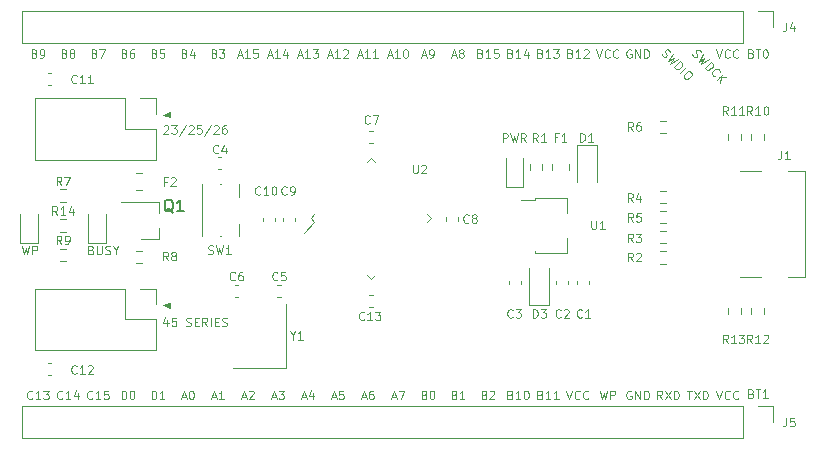
<source format=gto>
G04 #@! TF.GenerationSoftware,KiCad,Pcbnew,5.1.8+dfsg1-1~bpo10+1*
G04 #@! TF.CreationDate,2020-12-26T22:42:37+08:00*
G04 #@! TF.ProjectId,stm32-io-extend,73746d33-322d-4696-9f2d-657874656e64,rev?*
G04 #@! TF.SameCoordinates,PX4cf27c8PY5b7b308*
G04 #@! TF.FileFunction,Legend,Top*
G04 #@! TF.FilePolarity,Positive*
%FSLAX46Y46*%
G04 Gerber Fmt 4.6, Leading zero omitted, Abs format (unit mm)*
G04 Created by KiCad (PCBNEW 5.1.8+dfsg1-1~bpo10+1) date 2020-12-26 22:42:37*
%MOMM*%
%LPD*%
G01*
G04 APERTURE LIST*
%ADD10C,0.120000*%
%ADD11C,0.150000*%
G04 APERTURE END LIST*
D10*
X3223571Y34476429D02*
X3326428Y34442143D01*
X3360714Y34407858D01*
X3395000Y34339286D01*
X3395000Y34236429D01*
X3360714Y34167858D01*
X3326428Y34133572D01*
X3257857Y34099286D01*
X2983571Y34099286D01*
X2983571Y34819286D01*
X3223571Y34819286D01*
X3292142Y34785000D01*
X3326428Y34750715D01*
X3360714Y34682143D01*
X3360714Y34613572D01*
X3326428Y34545000D01*
X3292142Y34510715D01*
X3223571Y34476429D01*
X2983571Y34476429D01*
X3737857Y34099286D02*
X3875000Y34099286D01*
X3943571Y34133572D01*
X3977857Y34167858D01*
X4046428Y34270715D01*
X4080714Y34407858D01*
X4080714Y34682143D01*
X4046428Y34750715D01*
X4012142Y34785000D01*
X3943571Y34819286D01*
X3806428Y34819286D01*
X3737857Y34785000D01*
X3703571Y34750715D01*
X3669285Y34682143D01*
X3669285Y34510715D01*
X3703571Y34442143D01*
X3737857Y34407858D01*
X3806428Y34373572D01*
X3943571Y34373572D01*
X4012142Y34407858D01*
X4046428Y34442143D01*
X4080714Y34510715D01*
X5763571Y34476429D02*
X5866428Y34442143D01*
X5900714Y34407858D01*
X5935000Y34339286D01*
X5935000Y34236429D01*
X5900714Y34167858D01*
X5866428Y34133572D01*
X5797857Y34099286D01*
X5523571Y34099286D01*
X5523571Y34819286D01*
X5763571Y34819286D01*
X5832142Y34785000D01*
X5866428Y34750715D01*
X5900714Y34682143D01*
X5900714Y34613572D01*
X5866428Y34545000D01*
X5832142Y34510715D01*
X5763571Y34476429D01*
X5523571Y34476429D01*
X6346428Y34510715D02*
X6277857Y34545000D01*
X6243571Y34579286D01*
X6209285Y34647858D01*
X6209285Y34682143D01*
X6243571Y34750715D01*
X6277857Y34785000D01*
X6346428Y34819286D01*
X6483571Y34819286D01*
X6552142Y34785000D01*
X6586428Y34750715D01*
X6620714Y34682143D01*
X6620714Y34647858D01*
X6586428Y34579286D01*
X6552142Y34545000D01*
X6483571Y34510715D01*
X6346428Y34510715D01*
X6277857Y34476429D01*
X6243571Y34442143D01*
X6209285Y34373572D01*
X6209285Y34236429D01*
X6243571Y34167858D01*
X6277857Y34133572D01*
X6346428Y34099286D01*
X6483571Y34099286D01*
X6552142Y34133572D01*
X6586428Y34167858D01*
X6620714Y34236429D01*
X6620714Y34373572D01*
X6586428Y34442143D01*
X6552142Y34476429D01*
X6483571Y34510715D01*
X8303571Y34476429D02*
X8406428Y34442143D01*
X8440714Y34407858D01*
X8475000Y34339286D01*
X8475000Y34236429D01*
X8440714Y34167858D01*
X8406428Y34133572D01*
X8337857Y34099286D01*
X8063571Y34099286D01*
X8063571Y34819286D01*
X8303571Y34819286D01*
X8372142Y34785000D01*
X8406428Y34750715D01*
X8440714Y34682143D01*
X8440714Y34613572D01*
X8406428Y34545000D01*
X8372142Y34510715D01*
X8303571Y34476429D01*
X8063571Y34476429D01*
X8715000Y34819286D02*
X9195000Y34819286D01*
X8886428Y34099286D01*
X10843571Y34476429D02*
X10946428Y34442143D01*
X10980714Y34407858D01*
X11015000Y34339286D01*
X11015000Y34236429D01*
X10980714Y34167858D01*
X10946428Y34133572D01*
X10877857Y34099286D01*
X10603571Y34099286D01*
X10603571Y34819286D01*
X10843571Y34819286D01*
X10912142Y34785000D01*
X10946428Y34750715D01*
X10980714Y34682143D01*
X10980714Y34613572D01*
X10946428Y34545000D01*
X10912142Y34510715D01*
X10843571Y34476429D01*
X10603571Y34476429D01*
X11632142Y34819286D02*
X11495000Y34819286D01*
X11426428Y34785000D01*
X11392142Y34750715D01*
X11323571Y34647858D01*
X11289285Y34510715D01*
X11289285Y34236429D01*
X11323571Y34167858D01*
X11357857Y34133572D01*
X11426428Y34099286D01*
X11563571Y34099286D01*
X11632142Y34133572D01*
X11666428Y34167858D01*
X11700714Y34236429D01*
X11700714Y34407858D01*
X11666428Y34476429D01*
X11632142Y34510715D01*
X11563571Y34545000D01*
X11426428Y34545000D01*
X11357857Y34510715D01*
X11323571Y34476429D01*
X11289285Y34407858D01*
X13383571Y34476429D02*
X13486428Y34442143D01*
X13520714Y34407858D01*
X13555000Y34339286D01*
X13555000Y34236429D01*
X13520714Y34167858D01*
X13486428Y34133572D01*
X13417857Y34099286D01*
X13143571Y34099286D01*
X13143571Y34819286D01*
X13383571Y34819286D01*
X13452142Y34785000D01*
X13486428Y34750715D01*
X13520714Y34682143D01*
X13520714Y34613572D01*
X13486428Y34545000D01*
X13452142Y34510715D01*
X13383571Y34476429D01*
X13143571Y34476429D01*
X14206428Y34819286D02*
X13863571Y34819286D01*
X13829285Y34476429D01*
X13863571Y34510715D01*
X13932142Y34545000D01*
X14103571Y34545000D01*
X14172142Y34510715D01*
X14206428Y34476429D01*
X14240714Y34407858D01*
X14240714Y34236429D01*
X14206428Y34167858D01*
X14172142Y34133572D01*
X14103571Y34099286D01*
X13932142Y34099286D01*
X13863571Y34133572D01*
X13829285Y34167858D01*
X15923571Y34476429D02*
X16026428Y34442143D01*
X16060714Y34407858D01*
X16095000Y34339286D01*
X16095000Y34236429D01*
X16060714Y34167858D01*
X16026428Y34133572D01*
X15957857Y34099286D01*
X15683571Y34099286D01*
X15683571Y34819286D01*
X15923571Y34819286D01*
X15992142Y34785000D01*
X16026428Y34750715D01*
X16060714Y34682143D01*
X16060714Y34613572D01*
X16026428Y34545000D01*
X15992142Y34510715D01*
X15923571Y34476429D01*
X15683571Y34476429D01*
X16712142Y34579286D02*
X16712142Y34099286D01*
X16540714Y34853572D02*
X16369285Y34339286D01*
X16815000Y34339286D01*
X18463571Y34476429D02*
X18566428Y34442143D01*
X18600714Y34407858D01*
X18635000Y34339286D01*
X18635000Y34236429D01*
X18600714Y34167858D01*
X18566428Y34133572D01*
X18497857Y34099286D01*
X18223571Y34099286D01*
X18223571Y34819286D01*
X18463571Y34819286D01*
X18532142Y34785000D01*
X18566428Y34750715D01*
X18600714Y34682143D01*
X18600714Y34613572D01*
X18566428Y34545000D01*
X18532142Y34510715D01*
X18463571Y34476429D01*
X18223571Y34476429D01*
X18875000Y34819286D02*
X19320714Y34819286D01*
X19080714Y34545000D01*
X19183571Y34545000D01*
X19252142Y34510715D01*
X19286428Y34476429D01*
X19320714Y34407858D01*
X19320714Y34236429D01*
X19286428Y34167858D01*
X19252142Y34133572D01*
X19183571Y34099286D01*
X18977857Y34099286D01*
X18909285Y34133572D01*
X18875000Y34167858D01*
X20437857Y34305000D02*
X20780714Y34305000D01*
X20369285Y34099286D02*
X20609285Y34819286D01*
X20849285Y34099286D01*
X21466428Y34099286D02*
X21055000Y34099286D01*
X21260714Y34099286D02*
X21260714Y34819286D01*
X21192142Y34716429D01*
X21123571Y34647858D01*
X21055000Y34613572D01*
X22117857Y34819286D02*
X21775000Y34819286D01*
X21740714Y34476429D01*
X21775000Y34510715D01*
X21843571Y34545000D01*
X22015000Y34545000D01*
X22083571Y34510715D01*
X22117857Y34476429D01*
X22152142Y34407858D01*
X22152142Y34236429D01*
X22117857Y34167858D01*
X22083571Y34133572D01*
X22015000Y34099286D01*
X21843571Y34099286D01*
X21775000Y34133572D01*
X21740714Y34167858D01*
X22977857Y34305000D02*
X23320714Y34305000D01*
X22909285Y34099286D02*
X23149285Y34819286D01*
X23389285Y34099286D01*
X24006428Y34099286D02*
X23595000Y34099286D01*
X23800714Y34099286D02*
X23800714Y34819286D01*
X23732142Y34716429D01*
X23663571Y34647858D01*
X23595000Y34613572D01*
X24623571Y34579286D02*
X24623571Y34099286D01*
X24452142Y34853572D02*
X24280714Y34339286D01*
X24726428Y34339286D01*
X25517857Y34305000D02*
X25860714Y34305000D01*
X25449285Y34099286D02*
X25689285Y34819286D01*
X25929285Y34099286D01*
X26546428Y34099286D02*
X26135000Y34099286D01*
X26340714Y34099286D02*
X26340714Y34819286D01*
X26272142Y34716429D01*
X26203571Y34647858D01*
X26135000Y34613572D01*
X26786428Y34819286D02*
X27232142Y34819286D01*
X26992142Y34545000D01*
X27095000Y34545000D01*
X27163571Y34510715D01*
X27197857Y34476429D01*
X27232142Y34407858D01*
X27232142Y34236429D01*
X27197857Y34167858D01*
X27163571Y34133572D01*
X27095000Y34099286D01*
X26889285Y34099286D01*
X26820714Y34133572D01*
X26786428Y34167858D01*
X28057857Y34305000D02*
X28400714Y34305000D01*
X27989285Y34099286D02*
X28229285Y34819286D01*
X28469285Y34099286D01*
X29086428Y34099286D02*
X28675000Y34099286D01*
X28880714Y34099286D02*
X28880714Y34819286D01*
X28812142Y34716429D01*
X28743571Y34647858D01*
X28675000Y34613572D01*
X29360714Y34750715D02*
X29395000Y34785000D01*
X29463571Y34819286D01*
X29635000Y34819286D01*
X29703571Y34785000D01*
X29737857Y34750715D01*
X29772142Y34682143D01*
X29772142Y34613572D01*
X29737857Y34510715D01*
X29326428Y34099286D01*
X29772142Y34099286D01*
X30597857Y34305000D02*
X30940714Y34305000D01*
X30529285Y34099286D02*
X30769285Y34819286D01*
X31009285Y34099286D01*
X31626428Y34099286D02*
X31215000Y34099286D01*
X31420714Y34099286D02*
X31420714Y34819286D01*
X31352142Y34716429D01*
X31283571Y34647858D01*
X31215000Y34613572D01*
X32312142Y34099286D02*
X31900714Y34099286D01*
X32106428Y34099286D02*
X32106428Y34819286D01*
X32037857Y34716429D01*
X31969285Y34647858D01*
X31900714Y34613572D01*
X33137857Y34305000D02*
X33480714Y34305000D01*
X33069285Y34099286D02*
X33309285Y34819286D01*
X33549285Y34099286D01*
X34166428Y34099286D02*
X33755000Y34099286D01*
X33960714Y34099286D02*
X33960714Y34819286D01*
X33892142Y34716429D01*
X33823571Y34647858D01*
X33755000Y34613572D01*
X34612142Y34819286D02*
X34680714Y34819286D01*
X34749285Y34785000D01*
X34783571Y34750715D01*
X34817857Y34682143D01*
X34852142Y34545000D01*
X34852142Y34373572D01*
X34817857Y34236429D01*
X34783571Y34167858D01*
X34749285Y34133572D01*
X34680714Y34099286D01*
X34612142Y34099286D01*
X34543571Y34133572D01*
X34509285Y34167858D01*
X34475000Y34236429D01*
X34440714Y34373572D01*
X34440714Y34545000D01*
X34475000Y34682143D01*
X34509285Y34750715D01*
X34543571Y34785000D01*
X34612142Y34819286D01*
X36020714Y34305000D02*
X36363571Y34305000D01*
X35952142Y34099286D02*
X36192142Y34819286D01*
X36432142Y34099286D01*
X36706428Y34099286D02*
X36843571Y34099286D01*
X36912142Y34133572D01*
X36946428Y34167858D01*
X37015000Y34270715D01*
X37049285Y34407858D01*
X37049285Y34682143D01*
X37015000Y34750715D01*
X36980714Y34785000D01*
X36912142Y34819286D01*
X36775000Y34819286D01*
X36706428Y34785000D01*
X36672142Y34750715D01*
X36637857Y34682143D01*
X36637857Y34510715D01*
X36672142Y34442143D01*
X36706428Y34407858D01*
X36775000Y34373572D01*
X36912142Y34373572D01*
X36980714Y34407858D01*
X37015000Y34442143D01*
X37049285Y34510715D01*
X38560714Y34305000D02*
X38903571Y34305000D01*
X38492142Y34099286D02*
X38732142Y34819286D01*
X38972142Y34099286D01*
X39315000Y34510715D02*
X39246428Y34545000D01*
X39212142Y34579286D01*
X39177857Y34647858D01*
X39177857Y34682143D01*
X39212142Y34750715D01*
X39246428Y34785000D01*
X39315000Y34819286D01*
X39452142Y34819286D01*
X39520714Y34785000D01*
X39555000Y34750715D01*
X39589285Y34682143D01*
X39589285Y34647858D01*
X39555000Y34579286D01*
X39520714Y34545000D01*
X39452142Y34510715D01*
X39315000Y34510715D01*
X39246428Y34476429D01*
X39212142Y34442143D01*
X39177857Y34373572D01*
X39177857Y34236429D01*
X39212142Y34167858D01*
X39246428Y34133572D01*
X39315000Y34099286D01*
X39452142Y34099286D01*
X39520714Y34133572D01*
X39555000Y34167858D01*
X39589285Y34236429D01*
X39589285Y34373572D01*
X39555000Y34442143D01*
X39520714Y34476429D01*
X39452142Y34510715D01*
X40980714Y34476429D02*
X41083571Y34442143D01*
X41117857Y34407858D01*
X41152142Y34339286D01*
X41152142Y34236429D01*
X41117857Y34167858D01*
X41083571Y34133572D01*
X41015000Y34099286D01*
X40740714Y34099286D01*
X40740714Y34819286D01*
X40980714Y34819286D01*
X41049285Y34785000D01*
X41083571Y34750715D01*
X41117857Y34682143D01*
X41117857Y34613572D01*
X41083571Y34545000D01*
X41049285Y34510715D01*
X40980714Y34476429D01*
X40740714Y34476429D01*
X41837857Y34099286D02*
X41426428Y34099286D01*
X41632142Y34099286D02*
X41632142Y34819286D01*
X41563571Y34716429D01*
X41495000Y34647858D01*
X41426428Y34613572D01*
X42489285Y34819286D02*
X42146428Y34819286D01*
X42112142Y34476429D01*
X42146428Y34510715D01*
X42215000Y34545000D01*
X42386428Y34545000D01*
X42455000Y34510715D01*
X42489285Y34476429D01*
X42523571Y34407858D01*
X42523571Y34236429D01*
X42489285Y34167858D01*
X42455000Y34133572D01*
X42386428Y34099286D01*
X42215000Y34099286D01*
X42146428Y34133572D01*
X42112142Y34167858D01*
X43520714Y34476429D02*
X43623571Y34442143D01*
X43657857Y34407858D01*
X43692142Y34339286D01*
X43692142Y34236429D01*
X43657857Y34167858D01*
X43623571Y34133572D01*
X43555000Y34099286D01*
X43280714Y34099286D01*
X43280714Y34819286D01*
X43520714Y34819286D01*
X43589285Y34785000D01*
X43623571Y34750715D01*
X43657857Y34682143D01*
X43657857Y34613572D01*
X43623571Y34545000D01*
X43589285Y34510715D01*
X43520714Y34476429D01*
X43280714Y34476429D01*
X44377857Y34099286D02*
X43966428Y34099286D01*
X44172142Y34099286D02*
X44172142Y34819286D01*
X44103571Y34716429D01*
X44035000Y34647858D01*
X43966428Y34613572D01*
X44995000Y34579286D02*
X44995000Y34099286D01*
X44823571Y34853572D02*
X44652142Y34339286D01*
X45097857Y34339286D01*
X46060714Y34476429D02*
X46163571Y34442143D01*
X46197857Y34407858D01*
X46232142Y34339286D01*
X46232142Y34236429D01*
X46197857Y34167858D01*
X46163571Y34133572D01*
X46095000Y34099286D01*
X45820714Y34099286D01*
X45820714Y34819286D01*
X46060714Y34819286D01*
X46129285Y34785000D01*
X46163571Y34750715D01*
X46197857Y34682143D01*
X46197857Y34613572D01*
X46163571Y34545000D01*
X46129285Y34510715D01*
X46060714Y34476429D01*
X45820714Y34476429D01*
X46917857Y34099286D02*
X46506428Y34099286D01*
X46712142Y34099286D02*
X46712142Y34819286D01*
X46643571Y34716429D01*
X46575000Y34647858D01*
X46506428Y34613572D01*
X47157857Y34819286D02*
X47603571Y34819286D01*
X47363571Y34545000D01*
X47466428Y34545000D01*
X47535000Y34510715D01*
X47569285Y34476429D01*
X47603571Y34407858D01*
X47603571Y34236429D01*
X47569285Y34167858D01*
X47535000Y34133572D01*
X47466428Y34099286D01*
X47260714Y34099286D01*
X47192142Y34133572D01*
X47157857Y34167858D01*
X48600714Y34476429D02*
X48703571Y34442143D01*
X48737857Y34407858D01*
X48772142Y34339286D01*
X48772142Y34236429D01*
X48737857Y34167858D01*
X48703571Y34133572D01*
X48635000Y34099286D01*
X48360714Y34099286D01*
X48360714Y34819286D01*
X48600714Y34819286D01*
X48669285Y34785000D01*
X48703571Y34750715D01*
X48737857Y34682143D01*
X48737857Y34613572D01*
X48703571Y34545000D01*
X48669285Y34510715D01*
X48600714Y34476429D01*
X48360714Y34476429D01*
X49457857Y34099286D02*
X49046428Y34099286D01*
X49252142Y34099286D02*
X49252142Y34819286D01*
X49183571Y34716429D01*
X49115000Y34647858D01*
X49046428Y34613572D01*
X49732142Y34750715D02*
X49766428Y34785000D01*
X49835000Y34819286D01*
X50006428Y34819286D01*
X50075000Y34785000D01*
X50109285Y34750715D01*
X50143571Y34682143D01*
X50143571Y34613572D01*
X50109285Y34510715D01*
X49697857Y34099286D01*
X50143571Y34099286D01*
X53766428Y34785000D02*
X53697857Y34819286D01*
X53595000Y34819286D01*
X53492142Y34785000D01*
X53423571Y34716429D01*
X53389285Y34647858D01*
X53355000Y34510715D01*
X53355000Y34407858D01*
X53389285Y34270715D01*
X53423571Y34202143D01*
X53492142Y34133572D01*
X53595000Y34099286D01*
X53663571Y34099286D01*
X53766428Y34133572D01*
X53800714Y34167858D01*
X53800714Y34407858D01*
X53663571Y34407858D01*
X54109285Y34099286D02*
X54109285Y34819286D01*
X54520714Y34099286D01*
X54520714Y34819286D01*
X54863571Y34099286D02*
X54863571Y34819286D01*
X55035000Y34819286D01*
X55137857Y34785000D01*
X55206428Y34716429D01*
X55240714Y34647858D01*
X55275000Y34510715D01*
X55275000Y34407858D01*
X55240714Y34270715D01*
X55206428Y34202143D01*
X55137857Y34133572D01*
X55035000Y34099286D01*
X54863571Y34099286D01*
X50815000Y34819286D02*
X51055000Y34099286D01*
X51295000Y34819286D01*
X51946428Y34167858D02*
X51912142Y34133572D01*
X51809285Y34099286D01*
X51740714Y34099286D01*
X51637857Y34133572D01*
X51569285Y34202143D01*
X51535000Y34270715D01*
X51500714Y34407858D01*
X51500714Y34510715D01*
X51535000Y34647858D01*
X51569285Y34716429D01*
X51637857Y34785000D01*
X51740714Y34819286D01*
X51809285Y34819286D01*
X51912142Y34785000D01*
X51946428Y34750715D01*
X52666428Y34167858D02*
X52632142Y34133572D01*
X52529285Y34099286D01*
X52460714Y34099286D01*
X52357857Y34133572D01*
X52289285Y34202143D01*
X52255000Y34270715D01*
X52220714Y34407858D01*
X52220714Y34510715D01*
X52255000Y34647858D01*
X52289285Y34716429D01*
X52357857Y34785000D01*
X52460714Y34819286D01*
X52529285Y34819286D01*
X52632142Y34785000D01*
X52666428Y34750715D01*
X56330085Y34397772D02*
X56378573Y34300798D01*
X56499791Y34179579D01*
X56572522Y34155336D01*
X56621009Y34155336D01*
X56693740Y34179579D01*
X56742228Y34228067D01*
X56766471Y34300798D01*
X56766471Y34349285D01*
X56742228Y34422016D01*
X56669497Y34543234D01*
X56645253Y34615965D01*
X56645253Y34664453D01*
X56669497Y34737184D01*
X56717984Y34785671D01*
X56790715Y34809915D01*
X56839202Y34809915D01*
X56911933Y34785671D01*
X57033152Y34664453D01*
X57081639Y34567478D01*
X57275588Y34422016D02*
X56887690Y33791681D01*
X57348319Y34058361D01*
X57081639Y33597731D01*
X57711974Y33985630D01*
X57396807Y33282564D02*
X57905923Y33791681D01*
X58027142Y33670462D01*
X58075629Y33573488D01*
X58075629Y33476513D01*
X58051385Y33403782D01*
X57978654Y33282564D01*
X57905923Y33209833D01*
X57784705Y33137102D01*
X57711974Y33112858D01*
X57615000Y33112858D01*
X57518025Y33161346D01*
X57396807Y33282564D01*
X57905923Y32773447D02*
X58415040Y33282564D01*
X58754452Y32943153D02*
X58851426Y32846178D01*
X58875670Y32773447D01*
X58875670Y32676472D01*
X58802939Y32555254D01*
X58633233Y32385548D01*
X58512015Y32312817D01*
X58415040Y32312817D01*
X58342309Y32337061D01*
X58245335Y32434036D01*
X58221091Y32506767D01*
X58221091Y32603741D01*
X58293822Y32724960D01*
X58463528Y32894665D01*
X58584746Y32967396D01*
X58681721Y32967396D01*
X58754452Y32943153D01*
X58928867Y34388991D02*
X58977354Y34292016D01*
X59098573Y34170798D01*
X59171304Y34146554D01*
X59219791Y34146554D01*
X59292522Y34170798D01*
X59341009Y34219285D01*
X59365253Y34292016D01*
X59365253Y34340503D01*
X59341009Y34413234D01*
X59268278Y34534453D01*
X59244035Y34607184D01*
X59244035Y34655671D01*
X59268278Y34728402D01*
X59316766Y34776889D01*
X59389497Y34801133D01*
X59437984Y34801133D01*
X59510715Y34776889D01*
X59631933Y34655671D01*
X59680421Y34558696D01*
X59874370Y34413234D02*
X59486471Y33782899D01*
X59947101Y34049579D01*
X59680421Y33588950D01*
X60310756Y33976848D01*
X59995588Y33273782D02*
X60504705Y33782899D01*
X60625923Y33661681D01*
X60674411Y33564706D01*
X60674411Y33467731D01*
X60650167Y33395000D01*
X60577436Y33273782D01*
X60504705Y33201051D01*
X60383487Y33128320D01*
X60310756Y33104077D01*
X60213781Y33104077D01*
X60116807Y33152564D01*
X59995588Y33273782D01*
X60844116Y32522229D02*
X60795629Y32522229D01*
X60698654Y32570716D01*
X60650167Y32619203D01*
X60601680Y32716178D01*
X60601680Y32813153D01*
X60625923Y32885884D01*
X60698654Y33007102D01*
X60771385Y33079833D01*
X60892604Y33152564D01*
X60965335Y33176808D01*
X61062309Y33176808D01*
X61159284Y33128320D01*
X61207771Y33079833D01*
X61256259Y32982858D01*
X61256259Y32934371D01*
X61013822Y32255548D02*
X61522939Y32764665D01*
X61304746Y31964624D02*
X61377477Y32473741D01*
X61813863Y32473741D02*
X61232015Y32473741D01*
X63909285Y34476429D02*
X64012142Y34442143D01*
X64046428Y34407858D01*
X64080714Y34339286D01*
X64080714Y34236429D01*
X64046428Y34167858D01*
X64012142Y34133572D01*
X63943571Y34099286D01*
X63669285Y34099286D01*
X63669285Y34819286D01*
X63909285Y34819286D01*
X63977857Y34785000D01*
X64012142Y34750715D01*
X64046428Y34682143D01*
X64046428Y34613572D01*
X64012142Y34545000D01*
X63977857Y34510715D01*
X63909285Y34476429D01*
X63669285Y34476429D01*
X64286428Y34819286D02*
X64697857Y34819286D01*
X64492142Y34099286D02*
X64492142Y34819286D01*
X65075000Y34819286D02*
X65143571Y34819286D01*
X65212142Y34785000D01*
X65246428Y34750715D01*
X65280714Y34682143D01*
X65315000Y34545000D01*
X65315000Y34373572D01*
X65280714Y34236429D01*
X65246428Y34167858D01*
X65212142Y34133572D01*
X65143571Y34099286D01*
X65075000Y34099286D01*
X65006428Y34133572D01*
X64972142Y34167858D01*
X64937857Y34236429D01*
X64903571Y34373572D01*
X64903571Y34545000D01*
X64937857Y34682143D01*
X64972142Y34750715D01*
X65006428Y34785000D01*
X65075000Y34819286D01*
X60975000Y34819286D02*
X61215000Y34099286D01*
X61455000Y34819286D01*
X62106428Y34167858D02*
X62072142Y34133572D01*
X61969285Y34099286D01*
X61900714Y34099286D01*
X61797857Y34133572D01*
X61729285Y34202143D01*
X61695000Y34270715D01*
X61660714Y34407858D01*
X61660714Y34510715D01*
X61695000Y34647858D01*
X61729285Y34716429D01*
X61797857Y34785000D01*
X61900714Y34819286D01*
X61969285Y34819286D01*
X62072142Y34785000D01*
X62106428Y34750715D01*
X62826428Y34167858D02*
X62792142Y34133572D01*
X62689285Y34099286D01*
X62620714Y34099286D01*
X62517857Y34133572D01*
X62449285Y34202143D01*
X62415000Y34270715D01*
X62380714Y34407858D01*
X62380714Y34510715D01*
X62415000Y34647858D01*
X62449285Y34716429D01*
X62517857Y34785000D01*
X62620714Y34819286D01*
X62689285Y34819286D01*
X62792142Y34785000D01*
X62826428Y34750715D01*
X63909285Y5676429D02*
X64012142Y5642143D01*
X64046428Y5607858D01*
X64080714Y5539286D01*
X64080714Y5436429D01*
X64046428Y5367858D01*
X64012142Y5333572D01*
X63943571Y5299286D01*
X63669285Y5299286D01*
X63669285Y6019286D01*
X63909285Y6019286D01*
X63977857Y5985000D01*
X64012142Y5950715D01*
X64046428Y5882143D01*
X64046428Y5813572D01*
X64012142Y5745000D01*
X63977857Y5710715D01*
X63909285Y5676429D01*
X63669285Y5676429D01*
X64286428Y6019286D02*
X64697857Y6019286D01*
X64492142Y5299286D02*
X64492142Y6019286D01*
X65315000Y5299286D02*
X64903571Y5299286D01*
X65109285Y5299286D02*
X65109285Y6019286D01*
X65040714Y5916429D01*
X64972142Y5847858D01*
X64903571Y5813572D01*
X60975000Y5919286D02*
X61215000Y5199286D01*
X61455000Y5919286D01*
X62106428Y5267858D02*
X62072142Y5233572D01*
X61969285Y5199286D01*
X61900714Y5199286D01*
X61797857Y5233572D01*
X61729285Y5302143D01*
X61695000Y5370715D01*
X61660714Y5507858D01*
X61660714Y5610715D01*
X61695000Y5747858D01*
X61729285Y5816429D01*
X61797857Y5885000D01*
X61900714Y5919286D01*
X61969285Y5919286D01*
X62072142Y5885000D01*
X62106428Y5850715D01*
X62826428Y5267858D02*
X62792142Y5233572D01*
X62689285Y5199286D01*
X62620714Y5199286D01*
X62517857Y5233572D01*
X62449285Y5302143D01*
X62415000Y5370715D01*
X62380714Y5507858D01*
X62380714Y5610715D01*
X62415000Y5747858D01*
X62449285Y5816429D01*
X62517857Y5885000D01*
X62620714Y5919286D01*
X62689285Y5919286D01*
X62792142Y5885000D01*
X62826428Y5850715D01*
X58486428Y5919286D02*
X58897857Y5919286D01*
X58692142Y5199286D02*
X58692142Y5919286D01*
X59069285Y5919286D02*
X59549285Y5199286D01*
X59549285Y5919286D02*
X59069285Y5199286D01*
X59823571Y5199286D02*
X59823571Y5919286D01*
X59995000Y5919286D01*
X60097857Y5885000D01*
X60166428Y5816429D01*
X60200714Y5747858D01*
X60235000Y5610715D01*
X60235000Y5507858D01*
X60200714Y5370715D01*
X60166428Y5302143D01*
X60097857Y5233572D01*
X59995000Y5199286D01*
X59823571Y5199286D01*
X56375000Y5199286D02*
X56135000Y5542143D01*
X55963571Y5199286D02*
X55963571Y5919286D01*
X56237857Y5919286D01*
X56306428Y5885000D01*
X56340714Y5850715D01*
X56375000Y5782143D01*
X56375000Y5679286D01*
X56340714Y5610715D01*
X56306428Y5576429D01*
X56237857Y5542143D01*
X55963571Y5542143D01*
X56615000Y5919286D02*
X57095000Y5199286D01*
X57095000Y5919286D02*
X56615000Y5199286D01*
X57369285Y5199286D02*
X57369285Y5919286D01*
X57540714Y5919286D01*
X57643571Y5885000D01*
X57712142Y5816429D01*
X57746428Y5747858D01*
X57780714Y5610715D01*
X57780714Y5507858D01*
X57746428Y5370715D01*
X57712142Y5302143D01*
X57643571Y5233572D01*
X57540714Y5199286D01*
X57369285Y5199286D01*
X53766428Y5885000D02*
X53697857Y5919286D01*
X53595000Y5919286D01*
X53492142Y5885000D01*
X53423571Y5816429D01*
X53389285Y5747858D01*
X53355000Y5610715D01*
X53355000Y5507858D01*
X53389285Y5370715D01*
X53423571Y5302143D01*
X53492142Y5233572D01*
X53595000Y5199286D01*
X53663571Y5199286D01*
X53766428Y5233572D01*
X53800714Y5267858D01*
X53800714Y5507858D01*
X53663571Y5507858D01*
X54109285Y5199286D02*
X54109285Y5919286D01*
X54520714Y5199286D01*
X54520714Y5919286D01*
X54863571Y5199286D02*
X54863571Y5919286D01*
X55035000Y5919286D01*
X55137857Y5885000D01*
X55206428Y5816429D01*
X55240714Y5747858D01*
X55275000Y5610715D01*
X55275000Y5507858D01*
X55240714Y5370715D01*
X55206428Y5302143D01*
X55137857Y5233572D01*
X55035000Y5199286D01*
X54863571Y5199286D01*
X51106428Y5919286D02*
X51277857Y5199286D01*
X51415000Y5713572D01*
X51552142Y5199286D01*
X51723571Y5919286D01*
X51997857Y5199286D02*
X51997857Y5919286D01*
X52272142Y5919286D01*
X52340714Y5885000D01*
X52375000Y5850715D01*
X52409285Y5782143D01*
X52409285Y5679286D01*
X52375000Y5610715D01*
X52340714Y5576429D01*
X52272142Y5542143D01*
X51997857Y5542143D01*
X48275000Y5919286D02*
X48515000Y5199286D01*
X48755000Y5919286D01*
X49406428Y5267858D02*
X49372142Y5233572D01*
X49269285Y5199286D01*
X49200714Y5199286D01*
X49097857Y5233572D01*
X49029285Y5302143D01*
X48995000Y5370715D01*
X48960714Y5507858D01*
X48960714Y5610715D01*
X48995000Y5747858D01*
X49029285Y5816429D01*
X49097857Y5885000D01*
X49200714Y5919286D01*
X49269285Y5919286D01*
X49372142Y5885000D01*
X49406428Y5850715D01*
X50126428Y5267858D02*
X50092142Y5233572D01*
X49989285Y5199286D01*
X49920714Y5199286D01*
X49817857Y5233572D01*
X49749285Y5302143D01*
X49715000Y5370715D01*
X49680714Y5507858D01*
X49680714Y5610715D01*
X49715000Y5747858D01*
X49749285Y5816429D01*
X49817857Y5885000D01*
X49920714Y5919286D01*
X49989285Y5919286D01*
X50092142Y5885000D01*
X50126428Y5850715D01*
X46060714Y5576429D02*
X46163571Y5542143D01*
X46197857Y5507858D01*
X46232142Y5439286D01*
X46232142Y5336429D01*
X46197857Y5267858D01*
X46163571Y5233572D01*
X46095000Y5199286D01*
X45820714Y5199286D01*
X45820714Y5919286D01*
X46060714Y5919286D01*
X46129285Y5885000D01*
X46163571Y5850715D01*
X46197857Y5782143D01*
X46197857Y5713572D01*
X46163571Y5645000D01*
X46129285Y5610715D01*
X46060714Y5576429D01*
X45820714Y5576429D01*
X46917857Y5199286D02*
X46506428Y5199286D01*
X46712142Y5199286D02*
X46712142Y5919286D01*
X46643571Y5816429D01*
X46575000Y5747858D01*
X46506428Y5713572D01*
X47603571Y5199286D02*
X47192142Y5199286D01*
X47397857Y5199286D02*
X47397857Y5919286D01*
X47329285Y5816429D01*
X47260714Y5747858D01*
X47192142Y5713572D01*
X43520714Y5576429D02*
X43623571Y5542143D01*
X43657857Y5507858D01*
X43692142Y5439286D01*
X43692142Y5336429D01*
X43657857Y5267858D01*
X43623571Y5233572D01*
X43555000Y5199286D01*
X43280714Y5199286D01*
X43280714Y5919286D01*
X43520714Y5919286D01*
X43589285Y5885000D01*
X43623571Y5850715D01*
X43657857Y5782143D01*
X43657857Y5713572D01*
X43623571Y5645000D01*
X43589285Y5610715D01*
X43520714Y5576429D01*
X43280714Y5576429D01*
X44377857Y5199286D02*
X43966428Y5199286D01*
X44172142Y5199286D02*
X44172142Y5919286D01*
X44103571Y5816429D01*
X44035000Y5747858D01*
X43966428Y5713572D01*
X44823571Y5919286D02*
X44892142Y5919286D01*
X44960714Y5885000D01*
X44995000Y5850715D01*
X45029285Y5782143D01*
X45063571Y5645000D01*
X45063571Y5473572D01*
X45029285Y5336429D01*
X44995000Y5267858D01*
X44960714Y5233572D01*
X44892142Y5199286D01*
X44823571Y5199286D01*
X44755000Y5233572D01*
X44720714Y5267858D01*
X44686428Y5336429D01*
X44652142Y5473572D01*
X44652142Y5645000D01*
X44686428Y5782143D01*
X44720714Y5850715D01*
X44755000Y5885000D01*
X44823571Y5919286D01*
X41323571Y5576429D02*
X41426428Y5542143D01*
X41460714Y5507858D01*
X41495000Y5439286D01*
X41495000Y5336429D01*
X41460714Y5267858D01*
X41426428Y5233572D01*
X41357857Y5199286D01*
X41083571Y5199286D01*
X41083571Y5919286D01*
X41323571Y5919286D01*
X41392142Y5885000D01*
X41426428Y5850715D01*
X41460714Y5782143D01*
X41460714Y5713572D01*
X41426428Y5645000D01*
X41392142Y5610715D01*
X41323571Y5576429D01*
X41083571Y5576429D01*
X41769285Y5850715D02*
X41803571Y5885000D01*
X41872142Y5919286D01*
X42043571Y5919286D01*
X42112142Y5885000D01*
X42146428Y5850715D01*
X42180714Y5782143D01*
X42180714Y5713572D01*
X42146428Y5610715D01*
X41735000Y5199286D01*
X42180714Y5199286D01*
X38783571Y5576429D02*
X38886428Y5542143D01*
X38920714Y5507858D01*
X38955000Y5439286D01*
X38955000Y5336429D01*
X38920714Y5267858D01*
X38886428Y5233572D01*
X38817857Y5199286D01*
X38543571Y5199286D01*
X38543571Y5919286D01*
X38783571Y5919286D01*
X38852142Y5885000D01*
X38886428Y5850715D01*
X38920714Y5782143D01*
X38920714Y5713572D01*
X38886428Y5645000D01*
X38852142Y5610715D01*
X38783571Y5576429D01*
X38543571Y5576429D01*
X39640714Y5199286D02*
X39229285Y5199286D01*
X39435000Y5199286D02*
X39435000Y5919286D01*
X39366428Y5816429D01*
X39297857Y5747858D01*
X39229285Y5713572D01*
X36243571Y5576429D02*
X36346428Y5542143D01*
X36380714Y5507858D01*
X36415000Y5439286D01*
X36415000Y5336429D01*
X36380714Y5267858D01*
X36346428Y5233572D01*
X36277857Y5199286D01*
X36003571Y5199286D01*
X36003571Y5919286D01*
X36243571Y5919286D01*
X36312142Y5885000D01*
X36346428Y5850715D01*
X36380714Y5782143D01*
X36380714Y5713572D01*
X36346428Y5645000D01*
X36312142Y5610715D01*
X36243571Y5576429D01*
X36003571Y5576429D01*
X36860714Y5919286D02*
X36929285Y5919286D01*
X36997857Y5885000D01*
X37032142Y5850715D01*
X37066428Y5782143D01*
X37100714Y5645000D01*
X37100714Y5473572D01*
X37066428Y5336429D01*
X37032142Y5267858D01*
X36997857Y5233572D01*
X36929285Y5199286D01*
X36860714Y5199286D01*
X36792142Y5233572D01*
X36757857Y5267858D01*
X36723571Y5336429D01*
X36689285Y5473572D01*
X36689285Y5645000D01*
X36723571Y5782143D01*
X36757857Y5850715D01*
X36792142Y5885000D01*
X36860714Y5919286D01*
X33480714Y5405000D02*
X33823571Y5405000D01*
X33412142Y5199286D02*
X33652142Y5919286D01*
X33892142Y5199286D01*
X34063571Y5919286D02*
X34543571Y5919286D01*
X34235000Y5199286D01*
X30940714Y5405000D02*
X31283571Y5405000D01*
X30872142Y5199286D02*
X31112142Y5919286D01*
X31352142Y5199286D01*
X31900714Y5919286D02*
X31763571Y5919286D01*
X31695000Y5885000D01*
X31660714Y5850715D01*
X31592142Y5747858D01*
X31557857Y5610715D01*
X31557857Y5336429D01*
X31592142Y5267858D01*
X31626428Y5233572D01*
X31695000Y5199286D01*
X31832142Y5199286D01*
X31900714Y5233572D01*
X31935000Y5267858D01*
X31969285Y5336429D01*
X31969285Y5507858D01*
X31935000Y5576429D01*
X31900714Y5610715D01*
X31832142Y5645000D01*
X31695000Y5645000D01*
X31626428Y5610715D01*
X31592142Y5576429D01*
X31557857Y5507858D01*
X28400714Y5405000D02*
X28743571Y5405000D01*
X28332142Y5199286D02*
X28572142Y5919286D01*
X28812142Y5199286D01*
X29395000Y5919286D02*
X29052142Y5919286D01*
X29017857Y5576429D01*
X29052142Y5610715D01*
X29120714Y5645000D01*
X29292142Y5645000D01*
X29360714Y5610715D01*
X29395000Y5576429D01*
X29429285Y5507858D01*
X29429285Y5336429D01*
X29395000Y5267858D01*
X29360714Y5233572D01*
X29292142Y5199286D01*
X29120714Y5199286D01*
X29052142Y5233572D01*
X29017857Y5267858D01*
X25860714Y5405000D02*
X26203571Y5405000D01*
X25792142Y5199286D02*
X26032142Y5919286D01*
X26272142Y5199286D01*
X26820714Y5679286D02*
X26820714Y5199286D01*
X26649285Y5953572D02*
X26477857Y5439286D01*
X26923571Y5439286D01*
X23320714Y5405000D02*
X23663571Y5405000D01*
X23252142Y5199286D02*
X23492142Y5919286D01*
X23732142Y5199286D01*
X23903571Y5919286D02*
X24349285Y5919286D01*
X24109285Y5645000D01*
X24212142Y5645000D01*
X24280714Y5610715D01*
X24315000Y5576429D01*
X24349285Y5507858D01*
X24349285Y5336429D01*
X24315000Y5267858D01*
X24280714Y5233572D01*
X24212142Y5199286D01*
X24006428Y5199286D01*
X23937857Y5233572D01*
X23903571Y5267858D01*
X20780714Y5405000D02*
X21123571Y5405000D01*
X20712142Y5199286D02*
X20952142Y5919286D01*
X21192142Y5199286D01*
X21397857Y5850715D02*
X21432142Y5885000D01*
X21500714Y5919286D01*
X21672142Y5919286D01*
X21740714Y5885000D01*
X21775000Y5850715D01*
X21809285Y5782143D01*
X21809285Y5713572D01*
X21775000Y5610715D01*
X21363571Y5199286D01*
X21809285Y5199286D01*
X18240714Y5405000D02*
X18583571Y5405000D01*
X18172142Y5199286D02*
X18412142Y5919286D01*
X18652142Y5199286D01*
X19269285Y5199286D02*
X18857857Y5199286D01*
X19063571Y5199286D02*
X19063571Y5919286D01*
X18995000Y5816429D01*
X18926428Y5747858D01*
X18857857Y5713572D01*
X15700714Y5405000D02*
X16043571Y5405000D01*
X15632142Y5199286D02*
X15872142Y5919286D01*
X16112142Y5199286D01*
X16489285Y5919286D02*
X16557857Y5919286D01*
X16626428Y5885000D01*
X16660714Y5850715D01*
X16695000Y5782143D01*
X16729285Y5645000D01*
X16729285Y5473572D01*
X16695000Y5336429D01*
X16660714Y5267858D01*
X16626428Y5233572D01*
X16557857Y5199286D01*
X16489285Y5199286D01*
X16420714Y5233572D01*
X16386428Y5267858D01*
X16352142Y5336429D01*
X16317857Y5473572D01*
X16317857Y5645000D01*
X16352142Y5782143D01*
X16386428Y5850715D01*
X16420714Y5885000D01*
X16489285Y5919286D01*
X13143571Y5199286D02*
X13143571Y5919286D01*
X13315000Y5919286D01*
X13417857Y5885000D01*
X13486428Y5816429D01*
X13520714Y5747858D01*
X13555000Y5610715D01*
X13555000Y5507858D01*
X13520714Y5370715D01*
X13486428Y5302143D01*
X13417857Y5233572D01*
X13315000Y5199286D01*
X13143571Y5199286D01*
X14240714Y5199286D02*
X13829285Y5199286D01*
X14035000Y5199286D02*
X14035000Y5919286D01*
X13966428Y5816429D01*
X13897857Y5747858D01*
X13829285Y5713572D01*
X10603571Y5199286D02*
X10603571Y5919286D01*
X10775000Y5919286D01*
X10877857Y5885000D01*
X10946428Y5816429D01*
X10980714Y5747858D01*
X11015000Y5610715D01*
X11015000Y5507858D01*
X10980714Y5370715D01*
X10946428Y5302143D01*
X10877857Y5233572D01*
X10775000Y5199286D01*
X10603571Y5199286D01*
X11460714Y5919286D02*
X11529285Y5919286D01*
X11597857Y5885000D01*
X11632142Y5850715D01*
X11666428Y5782143D01*
X11700714Y5645000D01*
X11700714Y5473572D01*
X11666428Y5336429D01*
X11632142Y5267858D01*
X11597857Y5233572D01*
X11529285Y5199286D01*
X11460714Y5199286D01*
X11392142Y5233572D01*
X11357857Y5267858D01*
X11323571Y5336429D01*
X11289285Y5473572D01*
X11289285Y5645000D01*
X11323571Y5782143D01*
X11357857Y5850715D01*
X11392142Y5885000D01*
X11460714Y5919286D01*
X8132142Y5267858D02*
X8097857Y5233572D01*
X7995000Y5199286D01*
X7926428Y5199286D01*
X7823571Y5233572D01*
X7755000Y5302143D01*
X7720714Y5370715D01*
X7686428Y5507858D01*
X7686428Y5610715D01*
X7720714Y5747858D01*
X7755000Y5816429D01*
X7823571Y5885000D01*
X7926428Y5919286D01*
X7995000Y5919286D01*
X8097857Y5885000D01*
X8132142Y5850715D01*
X8817857Y5199286D02*
X8406428Y5199286D01*
X8612142Y5199286D02*
X8612142Y5919286D01*
X8543571Y5816429D01*
X8475000Y5747858D01*
X8406428Y5713572D01*
X9469285Y5919286D02*
X9126428Y5919286D01*
X9092142Y5576429D01*
X9126428Y5610715D01*
X9195000Y5645000D01*
X9366428Y5645000D01*
X9435000Y5610715D01*
X9469285Y5576429D01*
X9503571Y5507858D01*
X9503571Y5336429D01*
X9469285Y5267858D01*
X9435000Y5233572D01*
X9366428Y5199286D01*
X9195000Y5199286D01*
X9126428Y5233572D01*
X9092142Y5267858D01*
X5592142Y5267858D02*
X5557857Y5233572D01*
X5455000Y5199286D01*
X5386428Y5199286D01*
X5283571Y5233572D01*
X5215000Y5302143D01*
X5180714Y5370715D01*
X5146428Y5507858D01*
X5146428Y5610715D01*
X5180714Y5747858D01*
X5215000Y5816429D01*
X5283571Y5885000D01*
X5386428Y5919286D01*
X5455000Y5919286D01*
X5557857Y5885000D01*
X5592142Y5850715D01*
X6277857Y5199286D02*
X5866428Y5199286D01*
X6072142Y5199286D02*
X6072142Y5919286D01*
X6003571Y5816429D01*
X5935000Y5747858D01*
X5866428Y5713572D01*
X6895000Y5679286D02*
X6895000Y5199286D01*
X6723571Y5953572D02*
X6552142Y5439286D01*
X6997857Y5439286D01*
X3052142Y5267858D02*
X3017857Y5233572D01*
X2915000Y5199286D01*
X2846428Y5199286D01*
X2743571Y5233572D01*
X2675000Y5302143D01*
X2640714Y5370715D01*
X2606428Y5507858D01*
X2606428Y5610715D01*
X2640714Y5747858D01*
X2675000Y5816429D01*
X2743571Y5885000D01*
X2846428Y5919286D01*
X2915000Y5919286D01*
X3017857Y5885000D01*
X3052142Y5850715D01*
X3737857Y5199286D02*
X3326428Y5199286D01*
X3532142Y5199286D02*
X3532142Y5919286D01*
X3463571Y5816429D01*
X3395000Y5747858D01*
X3326428Y5713572D01*
X3977857Y5919286D02*
X4423571Y5919286D01*
X4183571Y5645000D01*
X4286428Y5645000D01*
X4355000Y5610715D01*
X4389285Y5576429D01*
X4423571Y5507858D01*
X4423571Y5336429D01*
X4389285Y5267858D01*
X4355000Y5233572D01*
X4286428Y5199286D01*
X4080714Y5199286D01*
X4012142Y5233572D01*
X3977857Y5267858D01*
X42885000Y26999286D02*
X42885000Y27719286D01*
X43159285Y27719286D01*
X43227857Y27685000D01*
X43262142Y27650715D01*
X43296428Y27582143D01*
X43296428Y27479286D01*
X43262142Y27410715D01*
X43227857Y27376429D01*
X43159285Y27342143D01*
X42885000Y27342143D01*
X43536428Y27719286D02*
X43707857Y26999286D01*
X43845000Y27513572D01*
X43982142Y26999286D01*
X44153571Y27719286D01*
X44839285Y26999286D02*
X44599285Y27342143D01*
X44427857Y26999286D02*
X44427857Y27719286D01*
X44702142Y27719286D01*
X44770714Y27685000D01*
X44805000Y27650715D01*
X44839285Y27582143D01*
X44839285Y27479286D01*
X44805000Y27410715D01*
X44770714Y27376429D01*
X44702142Y27342143D01*
X44427857Y27342143D01*
X8037857Y17836429D02*
X8140714Y17802143D01*
X8175000Y17767858D01*
X8209285Y17699286D01*
X8209285Y17596429D01*
X8175000Y17527858D01*
X8140714Y17493572D01*
X8072142Y17459286D01*
X7797857Y17459286D01*
X7797857Y18179286D01*
X8037857Y18179286D01*
X8106428Y18145000D01*
X8140714Y18110715D01*
X8175000Y18042143D01*
X8175000Y17973572D01*
X8140714Y17905000D01*
X8106428Y17870715D01*
X8037857Y17836429D01*
X7797857Y17836429D01*
X8517857Y18179286D02*
X8517857Y17596429D01*
X8552142Y17527858D01*
X8586428Y17493572D01*
X8655000Y17459286D01*
X8792142Y17459286D01*
X8860714Y17493572D01*
X8895000Y17527858D01*
X8929285Y17596429D01*
X8929285Y18179286D01*
X9237857Y17493572D02*
X9340714Y17459286D01*
X9512142Y17459286D01*
X9580714Y17493572D01*
X9615000Y17527858D01*
X9649285Y17596429D01*
X9649285Y17665000D01*
X9615000Y17733572D01*
X9580714Y17767858D01*
X9512142Y17802143D01*
X9375000Y17836429D01*
X9306428Y17870715D01*
X9272142Y17905000D01*
X9237857Y17973572D01*
X9237857Y18042143D01*
X9272142Y18110715D01*
X9306428Y18145000D01*
X9375000Y18179286D01*
X9546428Y18179286D01*
X9649285Y18145000D01*
X10095000Y17802143D02*
X10095000Y17459286D01*
X9855000Y18179286D02*
X10095000Y17802143D01*
X10335000Y18179286D01*
X2172428Y18179286D02*
X2343857Y17459286D01*
X2481000Y17973572D01*
X2618142Y17459286D01*
X2789571Y18179286D01*
X3063857Y17459286D02*
X3063857Y18179286D01*
X3338142Y18179286D01*
X3406714Y18145000D01*
X3441000Y18110715D01*
X3475285Y18042143D01*
X3475285Y17939286D01*
X3441000Y17870715D01*
X3406714Y17836429D01*
X3338142Y17802143D01*
X3063857Y17802143D01*
X14665000Y12992143D02*
X14665000Y13335000D01*
X14630714Y12992143D02*
X14630714Y13335000D01*
X14596428Y13026429D02*
X14596428Y13300715D01*
X14562142Y13026429D02*
X14562142Y13300715D01*
X14527857Y13026429D02*
X14527857Y13300715D01*
X14493571Y13060715D02*
X14493571Y13266429D01*
X14459285Y13060715D02*
X14459285Y13266429D01*
X14425000Y13060715D02*
X14425000Y13266429D01*
X14390714Y13095000D02*
X14390714Y13232143D01*
X14356428Y13095000D02*
X14356428Y13232143D01*
X14322142Y13129286D02*
X14322142Y13197858D01*
X14287857Y13129286D02*
X14287857Y13197858D01*
X14253571Y13129286D02*
X14253571Y13197858D01*
X14219285Y13163572D02*
X14253571Y13163572D01*
X14699285Y12992143D02*
X14185000Y13163572D01*
X14699285Y13335000D01*
X14150714Y13163572D02*
X14699285Y13369286D01*
X14699285Y12957858D01*
X14150714Y13163572D01*
X14665000Y29122143D02*
X14665000Y29465000D01*
X14630714Y29122143D02*
X14630714Y29465000D01*
X14596428Y29156429D02*
X14596428Y29430715D01*
X14562142Y29156429D02*
X14562142Y29430715D01*
X14527857Y29156429D02*
X14527857Y29430715D01*
X14493571Y29190715D02*
X14493571Y29396429D01*
X14459285Y29190715D02*
X14459285Y29396429D01*
X14425000Y29190715D02*
X14425000Y29396429D01*
X14390714Y29225000D02*
X14390714Y29362143D01*
X14356428Y29225000D02*
X14356428Y29362143D01*
X14322142Y29259286D02*
X14322142Y29327858D01*
X14287857Y29259286D02*
X14287857Y29327858D01*
X14253571Y29259286D02*
X14253571Y29327858D01*
X14219285Y29293572D02*
X14253571Y29293572D01*
X14699285Y29122143D02*
X14185000Y29293572D01*
X14699285Y29465000D01*
X14150714Y29293572D02*
X14699285Y29499286D01*
X14699285Y29087858D01*
X14150714Y29293572D01*
X14496428Y11859286D02*
X14496428Y11379286D01*
X14325000Y12133572D02*
X14153571Y11619286D01*
X14599285Y11619286D01*
X15216428Y12099286D02*
X14873571Y12099286D01*
X14839285Y11756429D01*
X14873571Y11790715D01*
X14942142Y11825000D01*
X15113571Y11825000D01*
X15182142Y11790715D01*
X15216428Y11756429D01*
X15250714Y11687858D01*
X15250714Y11516429D01*
X15216428Y11447858D01*
X15182142Y11413572D01*
X15113571Y11379286D01*
X14942142Y11379286D01*
X14873571Y11413572D01*
X14839285Y11447858D01*
X16073571Y11413572D02*
X16176428Y11379286D01*
X16347857Y11379286D01*
X16416428Y11413572D01*
X16450714Y11447858D01*
X16485000Y11516429D01*
X16485000Y11585000D01*
X16450714Y11653572D01*
X16416428Y11687858D01*
X16347857Y11722143D01*
X16210714Y11756429D01*
X16142142Y11790715D01*
X16107857Y11825000D01*
X16073571Y11893572D01*
X16073571Y11962143D01*
X16107857Y12030715D01*
X16142142Y12065000D01*
X16210714Y12099286D01*
X16382142Y12099286D01*
X16485000Y12065000D01*
X16793571Y11756429D02*
X17033571Y11756429D01*
X17136428Y11379286D02*
X16793571Y11379286D01*
X16793571Y12099286D01*
X17136428Y12099286D01*
X17856428Y11379286D02*
X17616428Y11722143D01*
X17445000Y11379286D02*
X17445000Y12099286D01*
X17719285Y12099286D01*
X17787857Y12065000D01*
X17822142Y12030715D01*
X17856428Y11962143D01*
X17856428Y11859286D01*
X17822142Y11790715D01*
X17787857Y11756429D01*
X17719285Y11722143D01*
X17445000Y11722143D01*
X18165000Y11379286D02*
X18165000Y12099286D01*
X18507857Y11756429D02*
X18747857Y11756429D01*
X18850714Y11379286D02*
X18507857Y11379286D01*
X18507857Y12099286D01*
X18850714Y12099286D01*
X19125000Y11413572D02*
X19227857Y11379286D01*
X19399285Y11379286D01*
X19467857Y11413572D01*
X19502142Y11447858D01*
X19536428Y11516429D01*
X19536428Y11585000D01*
X19502142Y11653572D01*
X19467857Y11687858D01*
X19399285Y11722143D01*
X19262142Y11756429D01*
X19193571Y11790715D01*
X19159285Y11825000D01*
X19125000Y11893572D01*
X19125000Y11962143D01*
X19159285Y12030715D01*
X19193571Y12065000D01*
X19262142Y12099286D01*
X19433571Y12099286D01*
X19536428Y12065000D01*
X14170714Y28330715D02*
X14205000Y28365000D01*
X14273571Y28399286D01*
X14445000Y28399286D01*
X14513571Y28365000D01*
X14547857Y28330715D01*
X14582142Y28262143D01*
X14582142Y28193572D01*
X14547857Y28090715D01*
X14136428Y27679286D01*
X14582142Y27679286D01*
X14822142Y28399286D02*
X15267857Y28399286D01*
X15027857Y28125000D01*
X15130714Y28125000D01*
X15199285Y28090715D01*
X15233571Y28056429D01*
X15267857Y27987858D01*
X15267857Y27816429D01*
X15233571Y27747858D01*
X15199285Y27713572D01*
X15130714Y27679286D01*
X14925000Y27679286D01*
X14856428Y27713572D01*
X14822142Y27747858D01*
X16090714Y28433572D02*
X15473571Y27507858D01*
X16296428Y28330715D02*
X16330714Y28365000D01*
X16399285Y28399286D01*
X16570714Y28399286D01*
X16639285Y28365000D01*
X16673571Y28330715D01*
X16707857Y28262143D01*
X16707857Y28193572D01*
X16673571Y28090715D01*
X16262142Y27679286D01*
X16707857Y27679286D01*
X17359285Y28399286D02*
X17016428Y28399286D01*
X16982142Y28056429D01*
X17016428Y28090715D01*
X17085000Y28125000D01*
X17256428Y28125000D01*
X17325000Y28090715D01*
X17359285Y28056429D01*
X17393571Y27987858D01*
X17393571Y27816429D01*
X17359285Y27747858D01*
X17325000Y27713572D01*
X17256428Y27679286D01*
X17085000Y27679286D01*
X17016428Y27713572D01*
X16982142Y27747858D01*
X18216428Y28433572D02*
X17599285Y27507858D01*
X18422142Y28330715D02*
X18456428Y28365000D01*
X18525000Y28399286D01*
X18696428Y28399286D01*
X18765000Y28365000D01*
X18799285Y28330715D01*
X18833571Y28262143D01*
X18833571Y28193572D01*
X18799285Y28090715D01*
X18387857Y27679286D01*
X18833571Y27679286D01*
X19450714Y28399286D02*
X19313571Y28399286D01*
X19245000Y28365000D01*
X19210714Y28330715D01*
X19142142Y28227858D01*
X19107857Y28090715D01*
X19107857Y27816429D01*
X19142142Y27747858D01*
X19176428Y27713572D01*
X19245000Y27679286D01*
X19382142Y27679286D01*
X19450714Y27713572D01*
X19485000Y27747858D01*
X19519285Y27816429D01*
X19519285Y27987858D01*
X19485000Y28056429D01*
X19450714Y28090715D01*
X19382142Y28125000D01*
X19245000Y28125000D01*
X19176428Y28090715D01*
X19142142Y28056429D01*
X19107857Y27987858D01*
G04 #@! TO.C,U2*
X26927887Y20196802D02*
X26015719Y19284634D01*
X26609689Y20515000D02*
X26927887Y20196802D01*
X26927887Y20833198D02*
X26609689Y20515000D01*
X31715000Y25620311D02*
X32033198Y25302113D01*
X31396802Y25302113D02*
X31715000Y25620311D01*
X31715000Y15409689D02*
X31396802Y15727887D01*
X32033198Y15727887D02*
X31715000Y15409689D01*
X36820311Y20515000D02*
X36502113Y20833198D01*
X36502113Y20196802D02*
X36820311Y20515000D01*
G04 #@! TO.C,R14*
X5370276Y19382500D02*
X5879724Y19382500D01*
X5370276Y20427500D02*
X5879724Y20427500D01*
G04 #@! TO.C,Q1*
X13745000Y18725000D02*
X13745000Y19655000D01*
X13745000Y21885000D02*
X13745000Y20955000D01*
X13745000Y21885000D02*
X10585000Y21885000D01*
X13745000Y18725000D02*
X12285000Y18725000D01*
G04 #@! TO.C,D5*
X7780000Y20915000D02*
X7780000Y18455000D01*
X7780000Y18455000D02*
X9250000Y18455000D01*
X9250000Y18455000D02*
X9250000Y20915000D01*
G04 #@! TO.C,D4*
X2040000Y20915000D02*
X2040000Y18455000D01*
X2040000Y18455000D02*
X3510000Y18455000D01*
X3510000Y18455000D02*
X3510000Y20915000D01*
G04 #@! TO.C,Y1*
X24565000Y7865000D02*
X24565000Y13265000D01*
X20065000Y7865000D02*
X24565000Y7865000D01*
G04 #@! TO.C,U1*
X45595000Y17545000D02*
X45595000Y17775000D01*
X45595000Y22265000D02*
X45595000Y22035000D01*
X45595000Y22265000D02*
X48315000Y22265000D01*
X48315000Y22265000D02*
X48315000Y20955000D01*
X44455000Y22035000D02*
X45595000Y22035000D01*
X48315000Y17545000D02*
X45595000Y17545000D01*
X48315000Y18855000D02*
X48315000Y17545000D01*
G04 #@! TO.C,SW1*
X20545000Y22345000D02*
X20545000Y23395000D01*
X18945000Y18995000D02*
X19045000Y18995000D01*
X17445000Y23395000D02*
X17445000Y18995000D01*
X20545000Y18995000D02*
X20545000Y20045000D01*
X18945000Y23395000D02*
X19045000Y23395000D01*
G04 #@! TO.C,R13*
X61992500Y12879724D02*
X61992500Y12370276D01*
X63037500Y12879724D02*
X63037500Y12370276D01*
G04 #@! TO.C,R12*
X64987500Y12370276D02*
X64987500Y12879724D01*
X63942500Y12370276D02*
X63942500Y12879724D01*
G04 #@! TO.C,R11*
X63037500Y27120276D02*
X63037500Y27629724D01*
X61992500Y27120276D02*
X61992500Y27629724D01*
G04 #@! TO.C,R10*
X63942500Y27629724D02*
X63942500Y27120276D01*
X64987500Y27629724D02*
X64987500Y27120276D01*
G04 #@! TO.C,R9*
X5879724Y17947500D02*
X5370276Y17947500D01*
X5879724Y16902500D02*
X5370276Y16902500D01*
G04 #@! TO.C,R8*
X11860276Y16722500D02*
X12369724Y16722500D01*
X11860276Y17767500D02*
X12369724Y17767500D01*
G04 #@! TO.C,R7*
X5879724Y22967500D02*
X5370276Y22967500D01*
X5879724Y21922500D02*
X5370276Y21922500D01*
G04 #@! TO.C,R6*
X56160276Y27702500D02*
X56669724Y27702500D01*
X56160276Y28747500D02*
X56669724Y28747500D01*
G04 #@! TO.C,R5*
X56160276Y20082500D02*
X56669724Y20082500D01*
X56160276Y21127500D02*
X56669724Y21127500D01*
G04 #@! TO.C,R4*
X56669724Y22827500D02*
X56160276Y22827500D01*
X56669724Y21782500D02*
X56160276Y21782500D01*
G04 #@! TO.C,R3*
X56160276Y18382500D02*
X56669724Y18382500D01*
X56160276Y19427500D02*
X56669724Y19427500D01*
G04 #@! TO.C,R2*
X56160276Y16682500D02*
X56669724Y16682500D01*
X56160276Y17727500D02*
X56669724Y17727500D01*
G04 #@! TO.C,R1*
X46237500Y24590276D02*
X46237500Y25099724D01*
X45192500Y24590276D02*
X45192500Y25099724D01*
G04 #@! TO.C,J5*
X65805000Y4605000D02*
X65805000Y3275000D01*
X64475000Y4605000D02*
X65805000Y4605000D01*
X63205000Y4605000D02*
X63205000Y1945000D01*
X63205000Y1945000D02*
X2185000Y1945000D01*
X63205000Y4605000D02*
X2185000Y4605000D01*
X2185000Y4605000D02*
X2185000Y1945000D01*
G04 #@! TO.C,J4*
X65805000Y38055000D02*
X65805000Y36725000D01*
X64475000Y38055000D02*
X65805000Y38055000D01*
X63205000Y38055000D02*
X63205000Y35395000D01*
X63205000Y35395000D02*
X2185000Y35395000D01*
X63205000Y38055000D02*
X2185000Y38055000D01*
X2185000Y38055000D02*
X2185000Y35395000D01*
G04 #@! TO.C,J3*
X13525000Y14545000D02*
X13525000Y13215000D01*
X12195000Y14545000D02*
X13525000Y14545000D01*
X13525000Y11945000D02*
X13525000Y9345000D01*
X10925000Y11945000D02*
X13525000Y11945000D01*
X10925000Y14545000D02*
X10925000Y11945000D01*
X13525000Y9345000D02*
X3245000Y9345000D01*
X10925000Y14545000D02*
X3245000Y14545000D01*
X3245000Y14545000D02*
X3245000Y9345000D01*
G04 #@! TO.C,J2*
X13525000Y30675000D02*
X13525000Y29345000D01*
X12195000Y30675000D02*
X13525000Y30675000D01*
X13525000Y28075000D02*
X13525000Y25475000D01*
X10925000Y28075000D02*
X13525000Y28075000D01*
X10925000Y30675000D02*
X10925000Y28075000D01*
X13525000Y25475000D02*
X3245000Y25475000D01*
X10925000Y30675000D02*
X3245000Y30675000D01*
X3245000Y30675000D02*
X3245000Y25475000D01*
G04 #@! TO.C,J1*
X62945000Y15555000D02*
X64745000Y15555000D01*
X68455000Y15555000D02*
X66995000Y15555000D01*
X68455000Y24495000D02*
X66995000Y24495000D01*
X62945000Y24495000D02*
X64745000Y24495000D01*
X68455000Y24495000D02*
X68455000Y15555000D01*
G04 #@! TO.C,F2*
X12376252Y24335000D02*
X11853748Y24335000D01*
X12376252Y22915000D02*
X11853748Y22915000D01*
G04 #@! TO.C,F1*
X48465000Y24583748D02*
X48465000Y25106252D01*
X47045000Y24583748D02*
X47045000Y25106252D01*
G04 #@! TO.C,D3*
X45065000Y13155000D02*
X45065000Y16305000D01*
X46765000Y13155000D02*
X46765000Y16305000D01*
X45065000Y13155000D02*
X46765000Y13155000D01*
G04 #@! TO.C,D2*
X44630000Y23185000D02*
X44630000Y25645000D01*
X43160000Y23185000D02*
X44630000Y23185000D01*
X43160000Y25645000D02*
X43160000Y23185000D01*
G04 #@! TO.C,D1*
X50865000Y26745000D02*
X50865000Y23595000D01*
X49165000Y26745000D02*
X49165000Y23595000D01*
X50865000Y26745000D02*
X49165000Y26745000D01*
G04 #@! TO.C,C13*
X31861267Y14035000D02*
X31568733Y14035000D01*
X31861267Y13015000D02*
X31568733Y13015000D01*
G04 #@! TO.C,C12*
X4368733Y7215000D02*
X4661267Y7215000D01*
X4368733Y8235000D02*
X4661267Y8235000D01*
G04 #@! TO.C,C11*
X4661267Y32835000D02*
X4368733Y32835000D01*
X4661267Y31815000D02*
X4368733Y31815000D01*
G04 #@! TO.C,C10*
X23625000Y20278733D02*
X23625000Y20571267D01*
X22605000Y20278733D02*
X22605000Y20571267D01*
G04 #@! TO.C,C9*
X25325000Y20278733D02*
X25325000Y20571267D01*
X24305000Y20278733D02*
X24305000Y20571267D01*
G04 #@! TO.C,C8*
X38105000Y20591267D02*
X38105000Y20298733D01*
X39125000Y20591267D02*
X39125000Y20298733D01*
G04 #@! TO.C,C7*
X31598733Y26905000D02*
X31891267Y26905000D01*
X31598733Y27925000D02*
X31891267Y27925000D01*
G04 #@! TO.C,C6*
X20471267Y13865000D02*
X20178733Y13865000D01*
X20471267Y14885000D02*
X20178733Y14885000D01*
G04 #@! TO.C,C5*
X24071267Y14885000D02*
X23778733Y14885000D01*
X24071267Y13865000D02*
X23778733Y13865000D01*
G04 #@! TO.C,C4*
X19061267Y25665000D02*
X18768733Y25665000D01*
X19061267Y24645000D02*
X18768733Y24645000D01*
G04 #@! TO.C,C3*
X44405000Y14908733D02*
X44405000Y15201267D01*
X43385000Y14908733D02*
X43385000Y15201267D01*
G04 #@! TO.C,C2*
X47405000Y15201267D02*
X47405000Y14908733D01*
X48425000Y15201267D02*
X48425000Y14908733D01*
G04 #@! TO.C,C1*
X49205000Y15201267D02*
X49205000Y14908733D01*
X50225000Y15201267D02*
X50225000Y14908733D01*
G04 #@! TO.C,U2*
X35266428Y25045861D02*
X35266428Y24463004D01*
X35300714Y24394433D01*
X35335000Y24360147D01*
X35403571Y24325861D01*
X35540714Y24325861D01*
X35609285Y24360147D01*
X35643571Y24394433D01*
X35677857Y24463004D01*
X35677857Y25045861D01*
X35986428Y24977290D02*
X36020714Y25011575D01*
X36089285Y25045861D01*
X36260714Y25045861D01*
X36329285Y25011575D01*
X36363571Y24977290D01*
X36397857Y24908718D01*
X36397857Y24840147D01*
X36363571Y24737290D01*
X35952142Y24325861D01*
X36397857Y24325861D01*
G04 #@! TO.C,R14*
X5172142Y20809286D02*
X4932142Y21152143D01*
X4760714Y20809286D02*
X4760714Y21529286D01*
X5035000Y21529286D01*
X5103571Y21495000D01*
X5137857Y21460715D01*
X5172142Y21392143D01*
X5172142Y21289286D01*
X5137857Y21220715D01*
X5103571Y21186429D01*
X5035000Y21152143D01*
X4760714Y21152143D01*
X5857857Y20809286D02*
X5446428Y20809286D01*
X5652142Y20809286D02*
X5652142Y21529286D01*
X5583571Y21426429D01*
X5515000Y21357858D01*
X5446428Y21323572D01*
X6475000Y21289286D02*
X6475000Y20809286D01*
X6303571Y21563572D02*
X6132142Y21049286D01*
X6577857Y21049286D01*
G04 #@! TO.C,Q1*
D11*
X14969761Y20997381D02*
X14874523Y21045000D01*
X14779285Y21140239D01*
X14636428Y21283096D01*
X14541190Y21330715D01*
X14445952Y21330715D01*
X14493571Y21092620D02*
X14398333Y21140239D01*
X14303095Y21235477D01*
X14255476Y21425953D01*
X14255476Y21759286D01*
X14303095Y21949762D01*
X14398333Y22045000D01*
X14493571Y22092620D01*
X14684047Y22092620D01*
X14779285Y22045000D01*
X14874523Y21949762D01*
X14922142Y21759286D01*
X14922142Y21425953D01*
X14874523Y21235477D01*
X14779285Y21140239D01*
X14684047Y21092620D01*
X14493571Y21092620D01*
X15874523Y21092620D02*
X15303095Y21092620D01*
X15588809Y21092620D02*
X15588809Y22092620D01*
X15493571Y21949762D01*
X15398333Y21854524D01*
X15303095Y21806905D01*
G04 #@! TO.C,Y1*
D10*
X25082142Y10592143D02*
X25082142Y10249286D01*
X24842142Y10969286D02*
X25082142Y10592143D01*
X25322142Y10969286D01*
X25939285Y10249286D02*
X25527857Y10249286D01*
X25733571Y10249286D02*
X25733571Y10969286D01*
X25665000Y10866429D01*
X25596428Y10797858D01*
X25527857Y10763572D01*
G04 #@! TO.C,U1*
X50366428Y20319286D02*
X50366428Y19736429D01*
X50400714Y19667858D01*
X50435000Y19633572D01*
X50503571Y19599286D01*
X50640714Y19599286D01*
X50709285Y19633572D01*
X50743571Y19667858D01*
X50777857Y19736429D01*
X50777857Y20319286D01*
X51497857Y19599286D02*
X51086428Y19599286D01*
X51292142Y19599286D02*
X51292142Y20319286D01*
X51223571Y20216429D01*
X51155000Y20147858D01*
X51086428Y20113572D01*
G04 #@! TO.C,SW1*
X17935000Y17523572D02*
X18037857Y17489286D01*
X18209285Y17489286D01*
X18277857Y17523572D01*
X18312142Y17557858D01*
X18346428Y17626429D01*
X18346428Y17695000D01*
X18312142Y17763572D01*
X18277857Y17797858D01*
X18209285Y17832143D01*
X18072142Y17866429D01*
X18003571Y17900715D01*
X17969285Y17935000D01*
X17935000Y18003572D01*
X17935000Y18072143D01*
X17969285Y18140715D01*
X18003571Y18175000D01*
X18072142Y18209286D01*
X18243571Y18209286D01*
X18346428Y18175000D01*
X18586428Y18209286D02*
X18757857Y17489286D01*
X18895000Y18003572D01*
X19032142Y17489286D01*
X19203571Y18209286D01*
X19855000Y17489286D02*
X19443571Y17489286D01*
X19649285Y17489286D02*
X19649285Y18209286D01*
X19580714Y18106429D01*
X19512142Y18037858D01*
X19443571Y18003572D01*
G04 #@! TO.C,R13*
X61952142Y9949286D02*
X61712142Y10292143D01*
X61540714Y9949286D02*
X61540714Y10669286D01*
X61815000Y10669286D01*
X61883571Y10635000D01*
X61917857Y10600715D01*
X61952142Y10532143D01*
X61952142Y10429286D01*
X61917857Y10360715D01*
X61883571Y10326429D01*
X61815000Y10292143D01*
X61540714Y10292143D01*
X62637857Y9949286D02*
X62226428Y9949286D01*
X62432142Y9949286D02*
X62432142Y10669286D01*
X62363571Y10566429D01*
X62295000Y10497858D01*
X62226428Y10463572D01*
X62877857Y10669286D02*
X63323571Y10669286D01*
X63083571Y10395000D01*
X63186428Y10395000D01*
X63255000Y10360715D01*
X63289285Y10326429D01*
X63323571Y10257858D01*
X63323571Y10086429D01*
X63289285Y10017858D01*
X63255000Y9983572D01*
X63186428Y9949286D01*
X62980714Y9949286D01*
X62912142Y9983572D01*
X62877857Y10017858D01*
G04 #@! TO.C,R12*
X64002142Y9949286D02*
X63762142Y10292143D01*
X63590714Y9949286D02*
X63590714Y10669286D01*
X63865000Y10669286D01*
X63933571Y10635000D01*
X63967857Y10600715D01*
X64002142Y10532143D01*
X64002142Y10429286D01*
X63967857Y10360715D01*
X63933571Y10326429D01*
X63865000Y10292143D01*
X63590714Y10292143D01*
X64687857Y9949286D02*
X64276428Y9949286D01*
X64482142Y9949286D02*
X64482142Y10669286D01*
X64413571Y10566429D01*
X64345000Y10497858D01*
X64276428Y10463572D01*
X64962142Y10600715D02*
X64996428Y10635000D01*
X65065000Y10669286D01*
X65236428Y10669286D01*
X65305000Y10635000D01*
X65339285Y10600715D01*
X65373571Y10532143D01*
X65373571Y10463572D01*
X65339285Y10360715D01*
X64927857Y9949286D01*
X65373571Y9949286D01*
G04 #@! TO.C,R11*
X61952142Y29279286D02*
X61712142Y29622143D01*
X61540714Y29279286D02*
X61540714Y29999286D01*
X61815000Y29999286D01*
X61883571Y29965000D01*
X61917857Y29930715D01*
X61952142Y29862143D01*
X61952142Y29759286D01*
X61917857Y29690715D01*
X61883571Y29656429D01*
X61815000Y29622143D01*
X61540714Y29622143D01*
X62637857Y29279286D02*
X62226428Y29279286D01*
X62432142Y29279286D02*
X62432142Y29999286D01*
X62363571Y29896429D01*
X62295000Y29827858D01*
X62226428Y29793572D01*
X63323571Y29279286D02*
X62912142Y29279286D01*
X63117857Y29279286D02*
X63117857Y29999286D01*
X63049285Y29896429D01*
X62980714Y29827858D01*
X62912142Y29793572D01*
G04 #@! TO.C,R10*
X64002142Y29279286D02*
X63762142Y29622143D01*
X63590714Y29279286D02*
X63590714Y29999286D01*
X63865000Y29999286D01*
X63933571Y29965000D01*
X63967857Y29930715D01*
X64002142Y29862143D01*
X64002142Y29759286D01*
X63967857Y29690715D01*
X63933571Y29656429D01*
X63865000Y29622143D01*
X63590714Y29622143D01*
X64687857Y29279286D02*
X64276428Y29279286D01*
X64482142Y29279286D02*
X64482142Y29999286D01*
X64413571Y29896429D01*
X64345000Y29827858D01*
X64276428Y29793572D01*
X65133571Y29999286D02*
X65202142Y29999286D01*
X65270714Y29965000D01*
X65305000Y29930715D01*
X65339285Y29862143D01*
X65373571Y29725000D01*
X65373571Y29553572D01*
X65339285Y29416429D01*
X65305000Y29347858D01*
X65270714Y29313572D01*
X65202142Y29279286D01*
X65133571Y29279286D01*
X65065000Y29313572D01*
X65030714Y29347858D01*
X64996428Y29416429D01*
X64962142Y29553572D01*
X64962142Y29725000D01*
X64996428Y29862143D01*
X65030714Y29930715D01*
X65065000Y29965000D01*
X65133571Y29999286D01*
G04 #@! TO.C,R9*
X5515000Y18319286D02*
X5275000Y18662143D01*
X5103571Y18319286D02*
X5103571Y19039286D01*
X5377857Y19039286D01*
X5446428Y19005000D01*
X5480714Y18970715D01*
X5515000Y18902143D01*
X5515000Y18799286D01*
X5480714Y18730715D01*
X5446428Y18696429D01*
X5377857Y18662143D01*
X5103571Y18662143D01*
X5857857Y18319286D02*
X5995000Y18319286D01*
X6063571Y18353572D01*
X6097857Y18387858D01*
X6166428Y18490715D01*
X6200714Y18627858D01*
X6200714Y18902143D01*
X6166428Y18970715D01*
X6132142Y19005000D01*
X6063571Y19039286D01*
X5926428Y19039286D01*
X5857857Y19005000D01*
X5823571Y18970715D01*
X5789285Y18902143D01*
X5789285Y18730715D01*
X5823571Y18662143D01*
X5857857Y18627858D01*
X5926428Y18593572D01*
X6063571Y18593572D01*
X6132142Y18627858D01*
X6166428Y18662143D01*
X6200714Y18730715D01*
G04 #@! TO.C,R8*
X14545000Y16949286D02*
X14305000Y17292143D01*
X14133571Y16949286D02*
X14133571Y17669286D01*
X14407857Y17669286D01*
X14476428Y17635000D01*
X14510714Y17600715D01*
X14545000Y17532143D01*
X14545000Y17429286D01*
X14510714Y17360715D01*
X14476428Y17326429D01*
X14407857Y17292143D01*
X14133571Y17292143D01*
X14956428Y17360715D02*
X14887857Y17395000D01*
X14853571Y17429286D01*
X14819285Y17497858D01*
X14819285Y17532143D01*
X14853571Y17600715D01*
X14887857Y17635000D01*
X14956428Y17669286D01*
X15093571Y17669286D01*
X15162142Y17635000D01*
X15196428Y17600715D01*
X15230714Y17532143D01*
X15230714Y17497858D01*
X15196428Y17429286D01*
X15162142Y17395000D01*
X15093571Y17360715D01*
X14956428Y17360715D01*
X14887857Y17326429D01*
X14853571Y17292143D01*
X14819285Y17223572D01*
X14819285Y17086429D01*
X14853571Y17017858D01*
X14887857Y16983572D01*
X14956428Y16949286D01*
X15093571Y16949286D01*
X15162142Y16983572D01*
X15196428Y17017858D01*
X15230714Y17086429D01*
X15230714Y17223572D01*
X15196428Y17292143D01*
X15162142Y17326429D01*
X15093571Y17360715D01*
G04 #@! TO.C,R7*
X5515000Y23309286D02*
X5275000Y23652143D01*
X5103571Y23309286D02*
X5103571Y24029286D01*
X5377857Y24029286D01*
X5446428Y23995000D01*
X5480714Y23960715D01*
X5515000Y23892143D01*
X5515000Y23789286D01*
X5480714Y23720715D01*
X5446428Y23686429D01*
X5377857Y23652143D01*
X5103571Y23652143D01*
X5755000Y24029286D02*
X6235000Y24029286D01*
X5926428Y23309286D01*
G04 #@! TO.C,R6*
X53905000Y27939286D02*
X53665000Y28282143D01*
X53493571Y27939286D02*
X53493571Y28659286D01*
X53767857Y28659286D01*
X53836428Y28625000D01*
X53870714Y28590715D01*
X53905000Y28522143D01*
X53905000Y28419286D01*
X53870714Y28350715D01*
X53836428Y28316429D01*
X53767857Y28282143D01*
X53493571Y28282143D01*
X54522142Y28659286D02*
X54385000Y28659286D01*
X54316428Y28625000D01*
X54282142Y28590715D01*
X54213571Y28487858D01*
X54179285Y28350715D01*
X54179285Y28076429D01*
X54213571Y28007858D01*
X54247857Y27973572D01*
X54316428Y27939286D01*
X54453571Y27939286D01*
X54522142Y27973572D01*
X54556428Y28007858D01*
X54590714Y28076429D01*
X54590714Y28247858D01*
X54556428Y28316429D01*
X54522142Y28350715D01*
X54453571Y28385000D01*
X54316428Y28385000D01*
X54247857Y28350715D01*
X54213571Y28316429D01*
X54179285Y28247858D01*
G04 #@! TO.C,R5*
X53905000Y20239286D02*
X53665000Y20582143D01*
X53493571Y20239286D02*
X53493571Y20959286D01*
X53767857Y20959286D01*
X53836428Y20925000D01*
X53870714Y20890715D01*
X53905000Y20822143D01*
X53905000Y20719286D01*
X53870714Y20650715D01*
X53836428Y20616429D01*
X53767857Y20582143D01*
X53493571Y20582143D01*
X54556428Y20959286D02*
X54213571Y20959286D01*
X54179285Y20616429D01*
X54213571Y20650715D01*
X54282142Y20685000D01*
X54453571Y20685000D01*
X54522142Y20650715D01*
X54556428Y20616429D01*
X54590714Y20547858D01*
X54590714Y20376429D01*
X54556428Y20307858D01*
X54522142Y20273572D01*
X54453571Y20239286D01*
X54282142Y20239286D01*
X54213571Y20273572D01*
X54179285Y20307858D01*
G04 #@! TO.C,R4*
X53905000Y21909286D02*
X53665000Y22252143D01*
X53493571Y21909286D02*
X53493571Y22629286D01*
X53767857Y22629286D01*
X53836428Y22595000D01*
X53870714Y22560715D01*
X53905000Y22492143D01*
X53905000Y22389286D01*
X53870714Y22320715D01*
X53836428Y22286429D01*
X53767857Y22252143D01*
X53493571Y22252143D01*
X54522142Y22389286D02*
X54522142Y21909286D01*
X54350714Y22663572D02*
X54179285Y22149286D01*
X54625000Y22149286D01*
G04 #@! TO.C,R3*
X53905000Y18499286D02*
X53665000Y18842143D01*
X53493571Y18499286D02*
X53493571Y19219286D01*
X53767857Y19219286D01*
X53836428Y19185000D01*
X53870714Y19150715D01*
X53905000Y19082143D01*
X53905000Y18979286D01*
X53870714Y18910715D01*
X53836428Y18876429D01*
X53767857Y18842143D01*
X53493571Y18842143D01*
X54145000Y19219286D02*
X54590714Y19219286D01*
X54350714Y18945000D01*
X54453571Y18945000D01*
X54522142Y18910715D01*
X54556428Y18876429D01*
X54590714Y18807858D01*
X54590714Y18636429D01*
X54556428Y18567858D01*
X54522142Y18533572D01*
X54453571Y18499286D01*
X54247857Y18499286D01*
X54179285Y18533572D01*
X54145000Y18567858D01*
G04 #@! TO.C,R2*
X53905000Y16879286D02*
X53665000Y17222143D01*
X53493571Y16879286D02*
X53493571Y17599286D01*
X53767857Y17599286D01*
X53836428Y17565000D01*
X53870714Y17530715D01*
X53905000Y17462143D01*
X53905000Y17359286D01*
X53870714Y17290715D01*
X53836428Y17256429D01*
X53767857Y17222143D01*
X53493571Y17222143D01*
X54179285Y17530715D02*
X54213571Y17565000D01*
X54282142Y17599286D01*
X54453571Y17599286D01*
X54522142Y17565000D01*
X54556428Y17530715D01*
X54590714Y17462143D01*
X54590714Y17393572D01*
X54556428Y17290715D01*
X54145000Y16879286D01*
X54590714Y16879286D01*
G04 #@! TO.C,R1*
X45855000Y26999286D02*
X45615000Y27342143D01*
X45443571Y26999286D02*
X45443571Y27719286D01*
X45717857Y27719286D01*
X45786428Y27685000D01*
X45820714Y27650715D01*
X45855000Y27582143D01*
X45855000Y27479286D01*
X45820714Y27410715D01*
X45786428Y27376429D01*
X45717857Y27342143D01*
X45443571Y27342143D01*
X46540714Y26999286D02*
X46129285Y26999286D01*
X46335000Y26999286D02*
X46335000Y27719286D01*
X46266428Y27616429D01*
X46197857Y27547858D01*
X46129285Y27513572D01*
G04 #@! TO.C,J5*
X66875000Y3619286D02*
X66875000Y3105000D01*
X66840714Y3002143D01*
X66772142Y2933572D01*
X66669285Y2899286D01*
X66600714Y2899286D01*
X67560714Y3619286D02*
X67217857Y3619286D01*
X67183571Y3276429D01*
X67217857Y3310715D01*
X67286428Y3345000D01*
X67457857Y3345000D01*
X67526428Y3310715D01*
X67560714Y3276429D01*
X67595000Y3207858D01*
X67595000Y3036429D01*
X67560714Y2967858D01*
X67526428Y2933572D01*
X67457857Y2899286D01*
X67286428Y2899286D01*
X67217857Y2933572D01*
X67183571Y2967858D01*
G04 #@! TO.C,J4*
X66875000Y37069286D02*
X66875000Y36555000D01*
X66840714Y36452143D01*
X66772142Y36383572D01*
X66669285Y36349286D01*
X66600714Y36349286D01*
X67526428Y36829286D02*
X67526428Y36349286D01*
X67355000Y37103572D02*
X67183571Y36589286D01*
X67629285Y36589286D01*
G04 #@! TO.C,J1*
X66445000Y26229286D02*
X66445000Y25715000D01*
X66410714Y25612143D01*
X66342142Y25543572D01*
X66239285Y25509286D01*
X66170714Y25509286D01*
X67165000Y25509286D02*
X66753571Y25509286D01*
X66959285Y25509286D02*
X66959285Y26229286D01*
X66890714Y26126429D01*
X66822142Y26057858D01*
X66753571Y26023572D01*
G04 #@! TO.C,F2*
X14425000Y23626429D02*
X14185000Y23626429D01*
X14185000Y23249286D02*
X14185000Y23969286D01*
X14527857Y23969286D01*
X14767857Y23900715D02*
X14802142Y23935000D01*
X14870714Y23969286D01*
X15042142Y23969286D01*
X15110714Y23935000D01*
X15145000Y23900715D01*
X15179285Y23832143D01*
X15179285Y23763572D01*
X15145000Y23660715D01*
X14733571Y23249286D01*
X15179285Y23249286D01*
G04 #@! TO.C,F1*
X47515000Y27376429D02*
X47275000Y27376429D01*
X47275000Y26999286D02*
X47275000Y27719286D01*
X47617857Y27719286D01*
X48269285Y26999286D02*
X47857857Y26999286D01*
X48063571Y26999286D02*
X48063571Y27719286D01*
X47995000Y27616429D01*
X47926428Y27547858D01*
X47857857Y27513572D01*
G04 #@! TO.C,D3*
X45443571Y12099286D02*
X45443571Y12819286D01*
X45615000Y12819286D01*
X45717857Y12785000D01*
X45786428Y12716429D01*
X45820714Y12647858D01*
X45855000Y12510715D01*
X45855000Y12407858D01*
X45820714Y12270715D01*
X45786428Y12202143D01*
X45717857Y12133572D01*
X45615000Y12099286D01*
X45443571Y12099286D01*
X46095000Y12819286D02*
X46540714Y12819286D01*
X46300714Y12545000D01*
X46403571Y12545000D01*
X46472142Y12510715D01*
X46506428Y12476429D01*
X46540714Y12407858D01*
X46540714Y12236429D01*
X46506428Y12167858D01*
X46472142Y12133572D01*
X46403571Y12099286D01*
X46197857Y12099286D01*
X46129285Y12133572D01*
X46095000Y12167858D01*
G04 #@! TO.C,D1*
X49443571Y26999286D02*
X49443571Y27719286D01*
X49615000Y27719286D01*
X49717857Y27685000D01*
X49786428Y27616429D01*
X49820714Y27547858D01*
X49855000Y27410715D01*
X49855000Y27307858D01*
X49820714Y27170715D01*
X49786428Y27102143D01*
X49717857Y27033572D01*
X49615000Y26999286D01*
X49443571Y26999286D01*
X50540714Y26999286D02*
X50129285Y26999286D01*
X50335000Y26999286D02*
X50335000Y27719286D01*
X50266428Y27616429D01*
X50197857Y27547858D01*
X50129285Y27513572D01*
G04 #@! TO.C,C13*
X31152142Y11967858D02*
X31117857Y11933572D01*
X31015000Y11899286D01*
X30946428Y11899286D01*
X30843571Y11933572D01*
X30775000Y12002143D01*
X30740714Y12070715D01*
X30706428Y12207858D01*
X30706428Y12310715D01*
X30740714Y12447858D01*
X30775000Y12516429D01*
X30843571Y12585000D01*
X30946428Y12619286D01*
X31015000Y12619286D01*
X31117857Y12585000D01*
X31152142Y12550715D01*
X31837857Y11899286D02*
X31426428Y11899286D01*
X31632142Y11899286D02*
X31632142Y12619286D01*
X31563571Y12516429D01*
X31495000Y12447858D01*
X31426428Y12413572D01*
X32077857Y12619286D02*
X32523571Y12619286D01*
X32283571Y12345000D01*
X32386428Y12345000D01*
X32455000Y12310715D01*
X32489285Y12276429D01*
X32523571Y12207858D01*
X32523571Y12036429D01*
X32489285Y11967858D01*
X32455000Y11933572D01*
X32386428Y11899286D01*
X32180714Y11899286D01*
X32112142Y11933572D01*
X32077857Y11967858D01*
G04 #@! TO.C,C12*
X6802142Y7417858D02*
X6767857Y7383572D01*
X6665000Y7349286D01*
X6596428Y7349286D01*
X6493571Y7383572D01*
X6425000Y7452143D01*
X6390714Y7520715D01*
X6356428Y7657858D01*
X6356428Y7760715D01*
X6390714Y7897858D01*
X6425000Y7966429D01*
X6493571Y8035000D01*
X6596428Y8069286D01*
X6665000Y8069286D01*
X6767857Y8035000D01*
X6802142Y8000715D01*
X7487857Y7349286D02*
X7076428Y7349286D01*
X7282142Y7349286D02*
X7282142Y8069286D01*
X7213571Y7966429D01*
X7145000Y7897858D01*
X7076428Y7863572D01*
X7762142Y8000715D02*
X7796428Y8035000D01*
X7865000Y8069286D01*
X8036428Y8069286D01*
X8105000Y8035000D01*
X8139285Y8000715D01*
X8173571Y7932143D01*
X8173571Y7863572D01*
X8139285Y7760715D01*
X7727857Y7349286D01*
X8173571Y7349286D01*
G04 #@! TO.C,C11*
X6802142Y32017858D02*
X6767857Y31983572D01*
X6665000Y31949286D01*
X6596428Y31949286D01*
X6493571Y31983572D01*
X6425000Y32052143D01*
X6390714Y32120715D01*
X6356428Y32257858D01*
X6356428Y32360715D01*
X6390714Y32497858D01*
X6425000Y32566429D01*
X6493571Y32635000D01*
X6596428Y32669286D01*
X6665000Y32669286D01*
X6767857Y32635000D01*
X6802142Y32600715D01*
X7487857Y31949286D02*
X7076428Y31949286D01*
X7282142Y31949286D02*
X7282142Y32669286D01*
X7213571Y32566429D01*
X7145000Y32497858D01*
X7076428Y32463572D01*
X8173571Y31949286D02*
X7762142Y31949286D01*
X7967857Y31949286D02*
X7967857Y32669286D01*
X7899285Y32566429D01*
X7830714Y32497858D01*
X7762142Y32463572D01*
G04 #@! TO.C,C10*
X22352142Y22567858D02*
X22317857Y22533572D01*
X22215000Y22499286D01*
X22146428Y22499286D01*
X22043571Y22533572D01*
X21975000Y22602143D01*
X21940714Y22670715D01*
X21906428Y22807858D01*
X21906428Y22910715D01*
X21940714Y23047858D01*
X21975000Y23116429D01*
X22043571Y23185000D01*
X22146428Y23219286D01*
X22215000Y23219286D01*
X22317857Y23185000D01*
X22352142Y23150715D01*
X23037857Y22499286D02*
X22626428Y22499286D01*
X22832142Y22499286D02*
X22832142Y23219286D01*
X22763571Y23116429D01*
X22695000Y23047858D01*
X22626428Y23013572D01*
X23483571Y23219286D02*
X23552142Y23219286D01*
X23620714Y23185000D01*
X23655000Y23150715D01*
X23689285Y23082143D01*
X23723571Y22945000D01*
X23723571Y22773572D01*
X23689285Y22636429D01*
X23655000Y22567858D01*
X23620714Y22533572D01*
X23552142Y22499286D01*
X23483571Y22499286D01*
X23415000Y22533572D01*
X23380714Y22567858D01*
X23346428Y22636429D01*
X23312142Y22773572D01*
X23312142Y22945000D01*
X23346428Y23082143D01*
X23380714Y23150715D01*
X23415000Y23185000D01*
X23483571Y23219286D01*
G04 #@! TO.C,C9*
X24595000Y22567858D02*
X24560714Y22533572D01*
X24457857Y22499286D01*
X24389285Y22499286D01*
X24286428Y22533572D01*
X24217857Y22602143D01*
X24183571Y22670715D01*
X24149285Y22807858D01*
X24149285Y22910715D01*
X24183571Y23047858D01*
X24217857Y23116429D01*
X24286428Y23185000D01*
X24389285Y23219286D01*
X24457857Y23219286D01*
X24560714Y23185000D01*
X24595000Y23150715D01*
X24937857Y22499286D02*
X25075000Y22499286D01*
X25143571Y22533572D01*
X25177857Y22567858D01*
X25246428Y22670715D01*
X25280714Y22807858D01*
X25280714Y23082143D01*
X25246428Y23150715D01*
X25212142Y23185000D01*
X25143571Y23219286D01*
X25006428Y23219286D01*
X24937857Y23185000D01*
X24903571Y23150715D01*
X24869285Y23082143D01*
X24869285Y22910715D01*
X24903571Y22842143D01*
X24937857Y22807858D01*
X25006428Y22773572D01*
X25143571Y22773572D01*
X25212142Y22807858D01*
X25246428Y22842143D01*
X25280714Y22910715D01*
G04 #@! TO.C,C8*
X39995000Y20187858D02*
X39960714Y20153572D01*
X39857857Y20119286D01*
X39789285Y20119286D01*
X39686428Y20153572D01*
X39617857Y20222143D01*
X39583571Y20290715D01*
X39549285Y20427858D01*
X39549285Y20530715D01*
X39583571Y20667858D01*
X39617857Y20736429D01*
X39686428Y20805000D01*
X39789285Y20839286D01*
X39857857Y20839286D01*
X39960714Y20805000D01*
X39995000Y20770715D01*
X40406428Y20530715D02*
X40337857Y20565000D01*
X40303571Y20599286D01*
X40269285Y20667858D01*
X40269285Y20702143D01*
X40303571Y20770715D01*
X40337857Y20805000D01*
X40406428Y20839286D01*
X40543571Y20839286D01*
X40612142Y20805000D01*
X40646428Y20770715D01*
X40680714Y20702143D01*
X40680714Y20667858D01*
X40646428Y20599286D01*
X40612142Y20565000D01*
X40543571Y20530715D01*
X40406428Y20530715D01*
X40337857Y20496429D01*
X40303571Y20462143D01*
X40269285Y20393572D01*
X40269285Y20256429D01*
X40303571Y20187858D01*
X40337857Y20153572D01*
X40406428Y20119286D01*
X40543571Y20119286D01*
X40612142Y20153572D01*
X40646428Y20187858D01*
X40680714Y20256429D01*
X40680714Y20393572D01*
X40646428Y20462143D01*
X40612142Y20496429D01*
X40543571Y20530715D01*
G04 #@! TO.C,C7*
X31625000Y28587858D02*
X31590714Y28553572D01*
X31487857Y28519286D01*
X31419285Y28519286D01*
X31316428Y28553572D01*
X31247857Y28622143D01*
X31213571Y28690715D01*
X31179285Y28827858D01*
X31179285Y28930715D01*
X31213571Y29067858D01*
X31247857Y29136429D01*
X31316428Y29205000D01*
X31419285Y29239286D01*
X31487857Y29239286D01*
X31590714Y29205000D01*
X31625000Y29170715D01*
X31865000Y29239286D02*
X32345000Y29239286D01*
X32036428Y28519286D01*
G04 #@! TO.C,C6*
X20205000Y15317858D02*
X20170714Y15283572D01*
X20067857Y15249286D01*
X19999285Y15249286D01*
X19896428Y15283572D01*
X19827857Y15352143D01*
X19793571Y15420715D01*
X19759285Y15557858D01*
X19759285Y15660715D01*
X19793571Y15797858D01*
X19827857Y15866429D01*
X19896428Y15935000D01*
X19999285Y15969286D01*
X20067857Y15969286D01*
X20170714Y15935000D01*
X20205000Y15900715D01*
X20822142Y15969286D02*
X20685000Y15969286D01*
X20616428Y15935000D01*
X20582142Y15900715D01*
X20513571Y15797858D01*
X20479285Y15660715D01*
X20479285Y15386429D01*
X20513571Y15317858D01*
X20547857Y15283572D01*
X20616428Y15249286D01*
X20753571Y15249286D01*
X20822142Y15283572D01*
X20856428Y15317858D01*
X20890714Y15386429D01*
X20890714Y15557858D01*
X20856428Y15626429D01*
X20822142Y15660715D01*
X20753571Y15695000D01*
X20616428Y15695000D01*
X20547857Y15660715D01*
X20513571Y15626429D01*
X20479285Y15557858D01*
G04 #@! TO.C,C5*
X23805000Y15317858D02*
X23770714Y15283572D01*
X23667857Y15249286D01*
X23599285Y15249286D01*
X23496428Y15283572D01*
X23427857Y15352143D01*
X23393571Y15420715D01*
X23359285Y15557858D01*
X23359285Y15660715D01*
X23393571Y15797858D01*
X23427857Y15866429D01*
X23496428Y15935000D01*
X23599285Y15969286D01*
X23667857Y15969286D01*
X23770714Y15935000D01*
X23805000Y15900715D01*
X24456428Y15969286D02*
X24113571Y15969286D01*
X24079285Y15626429D01*
X24113571Y15660715D01*
X24182142Y15695000D01*
X24353571Y15695000D01*
X24422142Y15660715D01*
X24456428Y15626429D01*
X24490714Y15557858D01*
X24490714Y15386429D01*
X24456428Y15317858D01*
X24422142Y15283572D01*
X24353571Y15249286D01*
X24182142Y15249286D01*
X24113571Y15283572D01*
X24079285Y15317858D01*
G04 #@! TO.C,C4*
X18795000Y26067858D02*
X18760714Y26033572D01*
X18657857Y25999286D01*
X18589285Y25999286D01*
X18486428Y26033572D01*
X18417857Y26102143D01*
X18383571Y26170715D01*
X18349285Y26307858D01*
X18349285Y26410715D01*
X18383571Y26547858D01*
X18417857Y26616429D01*
X18486428Y26685000D01*
X18589285Y26719286D01*
X18657857Y26719286D01*
X18760714Y26685000D01*
X18795000Y26650715D01*
X19412142Y26479286D02*
X19412142Y25999286D01*
X19240714Y26753572D02*
X19069285Y26239286D01*
X19515000Y26239286D01*
G04 #@! TO.C,C3*
X43725000Y12167858D02*
X43690714Y12133572D01*
X43587857Y12099286D01*
X43519285Y12099286D01*
X43416428Y12133572D01*
X43347857Y12202143D01*
X43313571Y12270715D01*
X43279285Y12407858D01*
X43279285Y12510715D01*
X43313571Y12647858D01*
X43347857Y12716429D01*
X43416428Y12785000D01*
X43519285Y12819286D01*
X43587857Y12819286D01*
X43690714Y12785000D01*
X43725000Y12750715D01*
X43965000Y12819286D02*
X44410714Y12819286D01*
X44170714Y12545000D01*
X44273571Y12545000D01*
X44342142Y12510715D01*
X44376428Y12476429D01*
X44410714Y12407858D01*
X44410714Y12236429D01*
X44376428Y12167858D01*
X44342142Y12133572D01*
X44273571Y12099286D01*
X44067857Y12099286D01*
X43999285Y12133572D01*
X43965000Y12167858D01*
G04 #@! TO.C,C2*
X47795000Y12167858D02*
X47760714Y12133572D01*
X47657857Y12099286D01*
X47589285Y12099286D01*
X47486428Y12133572D01*
X47417857Y12202143D01*
X47383571Y12270715D01*
X47349285Y12407858D01*
X47349285Y12510715D01*
X47383571Y12647858D01*
X47417857Y12716429D01*
X47486428Y12785000D01*
X47589285Y12819286D01*
X47657857Y12819286D01*
X47760714Y12785000D01*
X47795000Y12750715D01*
X48069285Y12750715D02*
X48103571Y12785000D01*
X48172142Y12819286D01*
X48343571Y12819286D01*
X48412142Y12785000D01*
X48446428Y12750715D01*
X48480714Y12682143D01*
X48480714Y12613572D01*
X48446428Y12510715D01*
X48035000Y12099286D01*
X48480714Y12099286D01*
G04 #@! TO.C,C1*
X49595000Y12167858D02*
X49560714Y12133572D01*
X49457857Y12099286D01*
X49389285Y12099286D01*
X49286428Y12133572D01*
X49217857Y12202143D01*
X49183571Y12270715D01*
X49149285Y12407858D01*
X49149285Y12510715D01*
X49183571Y12647858D01*
X49217857Y12716429D01*
X49286428Y12785000D01*
X49389285Y12819286D01*
X49457857Y12819286D01*
X49560714Y12785000D01*
X49595000Y12750715D01*
X50280714Y12099286D02*
X49869285Y12099286D01*
X50075000Y12099286D02*
X50075000Y12819286D01*
X50006428Y12716429D01*
X49937857Y12647858D01*
X49869285Y12613572D01*
G04 #@! TD*
M02*

</source>
